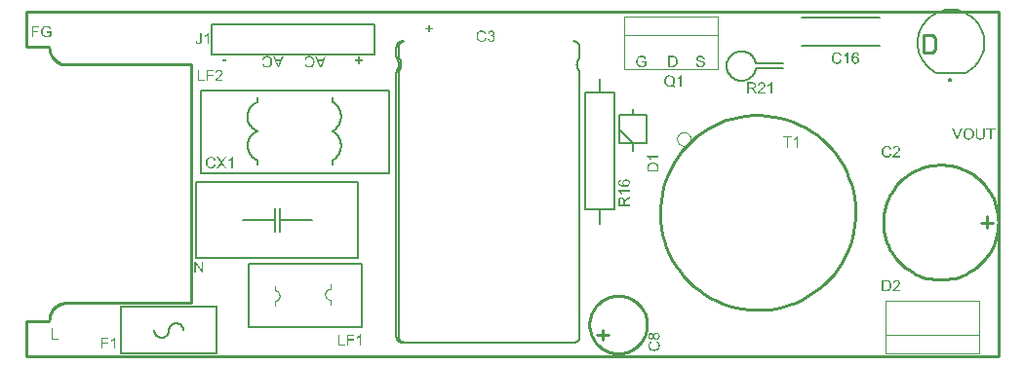
<source format=gto>
%FSTAX23Y23*%
%MOIN*%
%SFA1B1*%

%IPPOS*%
%ADD10C,0.005000*%
%ADD11C,0.007870*%
%ADD12C,0.000000*%
%ADD13C,0.010000*%
%ADD14C,0.007000*%
%ADD15C,0.003940*%
%ADD16C,0.007010*%
%ADD17C,0.006000*%
%ADD18R,0.005000X0.160000*%
%ADD19R,0.005000X0.165000*%
%ADD20R,0.325000X0.005000*%
%ADD21R,0.330000X0.005000*%
%LNadapter_pcb-1*%
%LPD*%
G36*
X0343Y04672D02*
X0344D01*
Y04667*
X0343*
Y04657*
X03426*
Y04667*
X03415*
Y04672*
X03426*
Y04682*
X0343*
Y04672*
G37*
G36*
X04156Y04578D02*
X04156D01*
X04157Y04578*
X04159Y04578*
X0416Y04577*
X04161Y04577*
X04162Y04577*
X04162*
X04163Y04576*
X04163Y04576*
X04163Y04576*
X04164Y04576*
X04164Y04576*
X04165Y04575*
X04166Y04574*
X04167Y04574*
X04168Y04573*
X04168Y04573*
X04168Y04572*
X04168Y04572*
X04169Y04571*
X04169Y0457*
X0417Y04569*
X0417Y04568*
X04171Y04567*
X04166Y04565*
Y04565*
X04166Y04565*
X04166Y04566*
X04166Y04566*
X04165Y04567*
X04165Y04568*
X04165Y04568*
X04164Y04569*
X04164Y0457*
X04164Y0457*
X04164Y0457*
X04163Y0457*
X04163Y04571*
X04162Y04571*
X04162Y04572*
X04161Y04572*
X0416Y04573*
X0416Y04573*
X0416Y04573*
X04159Y04573*
X04159Y04573*
X04158Y04573*
X04157Y04573*
X04156Y04574*
X04155Y04574*
X04154*
X04154Y04574*
X04153Y04574*
X04152Y04573*
X04151Y04573*
X0415Y04573*
X04149Y04573*
X04149Y04572*
X04149Y04572*
X04148Y04572*
X04147Y04572*
X04147Y04571*
X04146Y04571*
X04145Y0457*
X04145Y0457*
X04145Y0457*
X04145Y04569*
X04144Y04569*
X04144Y04569*
X04144Y04568*
X04143Y04567*
X04143Y04567*
X04142Y04566*
Y04566*
X04142Y04566*
X04142Y04566*
X04142Y04565*
X04142Y04565*
X04142Y04565*
X04142Y04564*
X04141Y04562*
X04141Y04561*
X04141Y0456*
X04141Y04558*
Y04558*
Y04558*
Y04558*
X04141Y04557*
Y04557*
X04141Y04556*
X04141Y04556*
X04141Y04555*
X04141Y04554*
X04142Y04552*
X04142Y04551*
X04143Y0455*
Y04549*
X04143Y04549*
X04143Y04549*
X04143Y04549*
X04144Y04548*
X04144Y04548*
X04145Y04547*
X04146Y04546*
X04147Y04545*
X04148Y04544*
X04148*
X04148Y04544*
X04148Y04544*
X04148Y04544*
X04149Y04544*
X04149Y04544*
X0415Y04544*
X04151Y04543*
X04152Y04543*
X04154Y04543*
X04155Y04543*
X04156*
X04156Y04543*
X04157Y04543*
X04158Y04543*
X04159Y04543*
X0416Y04544*
X04161Y04544*
X04162*
X04162Y04544*
X04162Y04544*
X04162Y04544*
X04163Y04544*
X04163Y04545*
X04164Y04545*
X04165Y04546*
X04166Y04546*
X04166Y04547*
Y04554*
X04155*
Y04558*
X04171*
Y04544*
X04171Y04544*
X04171Y04544*
X04171Y04544*
X04171Y04544*
X0417Y04543*
X0417Y04543*
X04169Y04543*
X04168Y04542*
X04166Y04541*
X04165Y0454*
X04163Y0454*
X04163*
X04163Y0454*
X04163Y0454*
X04163Y04539*
X04162Y04539*
X04162Y04539*
X04161Y04539*
X04161Y04539*
X0416Y04539*
X04158Y04538*
X04157Y04538*
X04155Y04538*
X04155*
X04154Y04538*
X04154*
X04153Y04538*
X04153Y04538*
X04152Y04539*
X0415Y04539*
X04149Y04539*
X04147Y0454*
X04145Y04541*
X04145Y04541*
X04145Y04541*
X04145Y04541*
X04144Y04541*
X04144Y04541*
X04143Y04542*
X04142Y04542*
X04141Y04543*
X0414Y04545*
X04139Y04546*
X04138Y04548*
Y04548*
X04138Y04548*
X04138Y04548*
X04138Y04548*
X04138Y04549*
X04137Y04549*
X04137Y0455*
X04137Y04551*
X04137Y04551*
X04136Y04552*
X04136Y04554*
X04136Y04556*
X04136Y04558*
Y04558*
Y04558*
Y04558*
X04136Y04559*
Y04559*
X04136Y0456*
X04136Y04561*
X04136Y04561*
X04136Y04563*
X04137Y04565*
X04137Y04567*
X04138Y04568*
Y04568*
X04138Y04569*
X04138Y04569*
X04138Y04569*
X04139Y0457*
X04139Y0457*
X0414Y04571*
X04141Y04572*
X04142Y04573*
X04143Y04575*
X04144Y04575*
X04145Y04576*
X04145*
X04145Y04576*
X04145Y04576*
X04146Y04576*
X04146Y04576*
X04146Y04576*
X04147Y04577*
X04148Y04577*
X04148Y04577*
X04149Y04577*
X04151Y04578*
X04153Y04578*
X04155Y04578*
X04156*
X04156Y04578*
G37*
G36*
X04262Y04577D02*
X04263Y04577D01*
X04264Y04577*
X04265Y04577*
X04266Y04577*
X04266*
X04266Y04577*
X04266*
X04266Y04577*
X04267Y04576*
X04268Y04576*
X04269Y04576*
X0427Y04575*
X04271Y04575*
X04272Y04574*
X04272*
X04272Y04574*
X04272Y04574*
X04273Y04573*
X04273Y04572*
X04274Y04571*
X04275Y0457*
X04276Y04569*
X04276Y04567*
Y04567*
X04276Y04567*
X04276Y04567*
X04276Y04567*
X04276Y04566*
X04277Y04566*
X04277Y04565*
X04277Y04565*
X04277Y04564*
X04277Y04563*
X04277Y04562*
X04278Y0456*
X04278Y04558*
Y04558*
Y04558*
Y04558*
Y04558*
X04278Y04557*
Y04557*
X04278Y04556*
X04277Y04554*
X04277Y04553*
X04277Y04552*
X04277Y04551*
Y0455*
X04277Y0455*
X04276Y0455*
X04276Y0455*
X04276Y04549*
X04276Y04549*
X04276Y04548*
X04275Y04547*
X04275Y04546*
X04274Y04545*
X04274Y04545*
X04274Y04545*
X04273Y04544*
X04273Y04544*
X04272Y04543*
X04272Y04543*
X04271Y04542*
X0427Y04541*
X0427Y04541*
X0427Y04541*
X0427Y04541*
X04269Y04541*
X04269Y0454*
X04268Y0454*
X04267Y0454*
X04266Y0454*
X04266*
X04265Y04539*
X04265Y04539*
X04264Y04539*
X04263Y04539*
X04262Y04539*
X04261Y04539*
X0426Y04539*
X04246*
Y04577*
X04261*
X04262Y04577*
G37*
G36*
X04356Y04578D02*
X04357D01*
X04358Y04578*
X04359Y04578*
X0436Y04577*
X04362Y04577*
X04363Y04577*
X04363*
X04363Y04576*
X04363Y04576*
X04363Y04576*
X04364Y04576*
X04365Y04576*
X04366Y04575*
X04366Y04574*
X04367Y04573*
X04368Y04573*
X04368Y04572*
X04368Y04572*
X04368Y04571*
X04369Y04571*
X04369Y0457*
X04369Y04569*
X0437Y04568*
X0437Y04566*
X04365Y04566*
Y04566*
Y04566*
X04365Y04566*
X04365Y04567*
X04365Y04567*
X04364Y04568*
X04364Y04569*
X04364Y0457*
X04363Y04571*
X04362Y04572*
X04362Y04572*
X04362Y04572*
X04361Y04572*
X04361Y04573*
X0436Y04573*
X04359Y04573*
X04357Y04573*
X04356Y04573*
X04355*
X04354Y04573*
X04354*
X04353Y04573*
X04352Y04573*
X04351Y04573*
X0435Y04572*
X04349Y04572*
X04349Y04572*
X04349Y04572*
X04349Y04571*
X04348Y04571*
X04348Y04571*
X04347Y0457*
X04347Y04569*
X04347Y04569*
X04347Y04568*
Y04568*
Y04567*
X04347Y04567*
X04347Y04566*
X04347Y04566*
X04347Y04565*
X04348Y04565*
X04348Y04564*
X04348Y04564*
X04349Y04564*
X04349Y04564*
X04349Y04564*
X04349Y04564*
X0435Y04563*
X0435Y04563*
X04351Y04563*
X04351Y04563*
X04352Y04563*
X04353Y04562*
X04354Y04562*
X04355Y04562*
X04356Y04562*
X04356*
X04356Y04561*
X04356Y04561*
X04357Y04561*
X04357Y04561*
X04358Y04561*
X04359Y04561*
X04361Y0456*
X04362Y0456*
X04363Y0456*
X04363Y04559*
X04364Y04559*
X04364Y04559*
X04364*
X04365Y04559*
X04365Y04559*
X04365Y04559*
X04366Y04558*
X04366Y04558*
X04367Y04557*
X04368Y04557*
X04369Y04556*
X04369Y04555*
X04369Y04555*
X0437Y04555*
X0437Y04554*
X0437Y04554*
X0437Y04553*
X04371Y04552*
X04371Y04551*
X04371Y0455*
Y0455*
Y0455*
Y04549*
Y04549*
X04371Y04549*
X04371Y04548*
X04371Y04547*
X0437Y04546*
X0437Y04545*
X04369Y04544*
X04369Y04544*
X04369Y04543*
X04369Y04543*
X04368Y04542*
X04367Y04542*
X04366Y04541*
X04365Y0454*
X04364Y0454*
X04364*
X04364Y0454*
X04364Y0454*
X04364Y04539*
X04363Y04539*
X04363Y04539*
X04362Y04539*
X04361Y04539*
X0436Y04538*
X04358Y04538*
X04357Y04538*
X04356*
X04355Y04538*
X04355*
X04354Y04538*
X04354Y04538*
X04352Y04539*
X04351Y04539*
X04349Y04539*
X04348Y0454*
X04348*
X04348Y0454*
X04348Y0454*
X04347Y0454*
X04347Y0454*
X04346Y04541*
X04345Y04542*
X04344Y04542*
X04343Y04543*
X04342Y04544*
Y04544*
X04342Y04544*
X04342Y04545*
X04342Y04545*
X04342Y04545*
X04342Y04545*
X04342Y04546*
X04341Y04547*
X04341Y04549*
X04341Y0455*
X0434Y04551*
X04345Y04552*
Y04552*
Y04552*
X04345Y04551*
X04345Y04551*
X04346Y0455*
X04346Y04549*
X04346Y04548*
X04346Y04548*
X04347Y04547*
X04347Y04547*
X04347Y04547*
X04347Y04546*
X04348Y04546*
X04348Y04545*
X04349Y04545*
X0435Y04544*
X04351Y04544*
X04351*
X04351Y04544*
X04351Y04544*
X04352Y04543*
X04352Y04543*
X04353Y04543*
X04354Y04543*
X04355Y04543*
X04357Y04543*
X04357*
X04358Y04543*
X04358Y04543*
X04359Y04543*
X0436Y04543*
X04361Y04543*
X04362Y04544*
X04362Y04544*
X04362Y04544*
X04362Y04544*
X04363Y04544*
X04363Y04545*
X04364Y04545*
X04364Y04545*
X04365Y04546*
X04365Y04546*
X04365Y04546*
X04365Y04547*
X04366Y04547*
X04366Y04547*
X04366Y04548*
X04366Y04549*
X04366Y04549*
Y04549*
Y0455*
X04366Y0455*
X04366Y0455*
X04366Y04551*
X04366Y04551*
X04365Y04552*
X04365Y04552*
X04365Y04552*
X04365Y04553*
X04365Y04553*
X04364Y04553*
X04364Y04554*
X04363Y04554*
X04362Y04554*
X04362Y04555*
X04362Y04555*
X04361Y04555*
X04361Y04555*
X04361Y04555*
X0436Y04555*
X0436Y04555*
X04359Y04555*
X04359Y04556*
X04358Y04556*
X04357Y04556*
X04357Y04556*
X04356Y04556*
X04355Y04557*
X04355*
X04354Y04557*
X04354Y04557*
X04354Y04557*
X04353Y04557*
X04353Y04557*
X04352Y04557*
X04351Y04558*
X04349Y04558*
X04348Y04559*
X04348Y04559*
X04347Y04559*
X04347*
X04347Y04559*
X04347Y04559*
X04346Y0456*
X04346Y0456*
X04345Y0456*
X04344Y04561*
X04344Y04562*
X04343Y04563*
X04343Y04563*
X04343Y04563*
X04343Y04563*
X04343Y04564*
X04342Y04565*
X04342Y04565*
X04342Y04566*
X04342Y04567*
Y04567*
Y04567*
Y04568*
Y04568*
X04342Y04568*
X04342Y04569*
X04342Y0457*
X04343Y04571*
X04343Y04572*
X04344Y04573*
Y04573*
X04344Y04573*
X04344Y04573*
X04344Y04574*
X04345Y04574*
X04345Y04575*
X04346Y04575*
X04347Y04576*
X04348Y04577*
X04348*
X04348Y04577*
X04349Y04577*
X04349Y04577*
X04349Y04577*
X0435Y04577*
X0435Y04577*
X04351Y04578*
X04353Y04578*
X04354Y04578*
X04355Y04578*
X04356*
X04356Y04578*
G37*
G36*
X02735Y0456D02*
X02721D01*
Y04565*
X02735*
Y0456*
G37*
G36*
X0319Y04565D02*
X032D01*
Y0456*
X0319*
Y0455*
X03185*
Y0456*
X03175*
Y04565*
X03185*
Y04575*
X0319*
Y04565*
G37*
G36*
X02915Y04538D02*
X0291D01*
X02894Y04576*
X029*
X02904Y04565*
X02921*
X02925Y04576*
X0293*
X02915Y04538*
G37*
G36*
X02875Y04577D02*
X02875D01*
X02876Y04577*
X02876Y04577*
X02877Y04577*
X02879Y04576*
X0288Y04576*
X02882Y04575*
X02883Y04575*
X02884Y04574*
X02884Y04574*
X02884Y04574*
X02884Y04574*
X02884Y04574*
X02885Y04573*
X02886Y04572*
X02887Y04571*
X02888Y0457*
X02889Y04569*
X0289Y04567*
Y04567*
X0289Y04567*
X0289Y04567*
X0289Y04566*
X0289Y04566*
X0289Y04565*
X0289Y04565*
X02891Y04564*
X02891Y04563*
X02891Y04562*
X02891Y04561*
X02892Y04559*
X02892Y04557*
Y04557*
Y04556*
Y04556*
X02892Y04556*
Y04555*
X02891Y04555*
X02891Y04554*
X02891Y04553*
X02891Y04552*
X02891Y0455*
X0289Y04548*
X02889Y04546*
Y04546*
X02889Y04546*
X02889Y04546*
X02889Y04546*
X02889Y04545*
X02888Y04545*
X02888Y04544*
X02887Y04543*
X02886Y04542*
X02884Y0454*
X02883Y04539*
X02883*
X02883Y04539*
X02882Y04539*
X02882Y04539*
X02882Y04539*
X02881Y04539*
X02881Y04539*
X0288Y04538*
X02879Y04538*
X02879Y04538*
X02877Y04538*
X02875Y04537*
X02874Y04537*
X02873*
X02873Y04537*
X02872Y04537*
X02871Y04537*
X02871Y04537*
X0287Y04538*
X02869Y04538*
X02867Y04538*
X02866Y04539*
X02865Y04539*
X02865Y0454*
X02864Y0454*
X02864Y0454*
X02864Y0454*
X02863Y0454*
X02863Y04541*
X02863Y04541*
X02862Y04541*
X02862Y04542*
X02862Y04542*
X02861Y04543*
X02861Y04543*
X0286Y04544*
X0286Y04545*
X02859Y04546*
X02859Y04547*
X02858Y04548*
X02863Y0455*
Y0455*
X02863Y04549*
X02863Y04549*
X02864Y04549*
X02864Y04549*
X02864Y04548*
X02864Y04547*
X02865Y04546*
X02866Y04545*
X02866Y04544*
X02867Y04543*
X02867Y04543*
X02868Y04543*
X02868Y04543*
X02869Y04542*
X0287Y04542*
X02871Y04542*
X02872Y04542*
X02874Y04541*
X02874*
X02874Y04542*
X02875*
X02875Y04542*
X02876Y04542*
X02877Y04542*
X02879Y04542*
X0288Y04543*
X02881Y04544*
X02881*
X02881Y04544*
X02881Y04544*
X02882Y04545*
X02883Y04545*
X02883Y04546*
X02884Y04547*
X02885Y04548*
X02885Y04549*
Y04549*
X02885Y0455*
X02885Y0455*
X02885Y0455*
X02885Y0455*
X02885Y04551*
X02886Y04552*
X02886Y04553*
X02886Y04554*
X02886Y04555*
X02886Y04557*
Y04557*
Y04557*
Y04557*
Y04558*
X02886Y04558*
Y04559*
X02886Y04559*
X02886Y0456*
X02886Y04561*
X02886Y04562*
X02885Y04564*
X02885Y04565*
Y04565*
X02885Y04565*
X02885Y04566*
X02885Y04566*
X02884Y04567*
X02884Y04567*
X02883Y04568*
X02882Y04569*
X02882Y0457*
X02881Y04571*
X0288*
X0288Y04571*
X0288Y04571*
X0288Y04571*
X02879Y04571*
X02879Y04572*
X02878Y04572*
X02876Y04572*
X02875Y04572*
X02874Y04573*
X02874*
X02873Y04572*
X02873*
X02872Y04572*
X02871Y04572*
X0287Y04572*
X02869Y04571*
X02868Y04571*
X02867Y0457*
X02867Y0457*
X02867Y0457*
X02866Y0457*
X02866Y04569*
X02865Y04568*
X02864Y04567*
X02864Y04566*
X02863Y04564*
X02863Y04563*
X02858Y04564*
Y04564*
X02858Y04564*
X02858Y04565*
X02858Y04565*
X02858Y04566*
X02858Y04566*
X02859Y04567*
X02859Y04568*
X0286Y04569*
X02861Y04571*
X02862Y04572*
X02863Y04573*
X02863Y04574*
X02864Y04574*
X02864Y04574*
X02864Y04574*
X02864Y04574*
X02865Y04574*
X02865Y04575*
X02866Y04575*
X02866Y04575*
X02867Y04576*
X02868Y04576*
X02869Y04576*
X02869Y04576*
X02871Y04577*
X02872Y04577*
X02874Y04577*
X02874*
X02875Y04577*
G37*
G36*
X0306Y04538D02*
X03055D01*
X03039Y04576*
X03045*
X03049Y04565*
X03066*
X0307Y04576*
X03075*
X0306Y04538*
G37*
G36*
X0302Y04577D02*
X0302D01*
X03021Y04577*
X03021Y04577*
X03022Y04577*
X03024Y04576*
X03025Y04576*
X03027Y04575*
X03028Y04575*
X03029Y04574*
X03029Y04574*
X03029Y04574*
X03029Y04574*
X03029Y04574*
X0303Y04573*
X03031Y04572*
X03032Y04571*
X03033Y0457*
X03034Y04569*
X03035Y04567*
Y04567*
X03035Y04567*
X03035Y04567*
X03035Y04566*
X03035Y04566*
X03035Y04565*
X03035Y04565*
X03036Y04564*
X03036Y04563*
X03036Y04562*
X03036Y04561*
X03037Y04559*
X03037Y04557*
Y04557*
Y04556*
Y04556*
X03037Y04556*
Y04555*
X03036Y04555*
X03036Y04554*
X03036Y04553*
X03036Y04552*
X03036Y0455*
X03035Y04548*
X03034Y04546*
Y04546*
X03034Y04546*
X03034Y04546*
X03034Y04546*
X03034Y04545*
X03033Y04545*
X03033Y04544*
X03032Y04543*
X03031Y04542*
X03029Y0454*
X03028Y04539*
X03028*
X03028Y04539*
X03027Y04539*
X03027Y04539*
X03027Y04539*
X03026Y04539*
X03026Y04539*
X03025Y04538*
X03024Y04538*
X03024Y04538*
X03022Y04538*
X0302Y04537*
X03019Y04537*
X03018*
X03018Y04537*
X03017Y04537*
X03016Y04537*
X03016Y04537*
X03015Y04538*
X03014Y04538*
X03012Y04538*
X03011Y04539*
X0301Y04539*
X0301Y0454*
X03009Y0454*
X03009Y0454*
X03009Y0454*
X03008Y0454*
X03008Y04541*
X03008Y04541*
X03007Y04541*
X03007Y04542*
X03007Y04542*
X03006Y04543*
X03006Y04543*
X03005Y04544*
X03005Y04545*
X03004Y04546*
X03004Y04547*
X03003Y04548*
X03008Y0455*
Y0455*
X03008Y04549*
X03008Y04549*
X03009Y04549*
X03009Y04549*
X03009Y04548*
X03009Y04547*
X0301Y04546*
X03011Y04545*
X03011Y04544*
X03012Y04543*
X03012Y04543*
X03013Y04543*
X03013Y04543*
X03014Y04542*
X03015Y04542*
X03016Y04542*
X03017Y04542*
X03019Y04541*
X03019*
X03019Y04542*
X0302*
X0302Y04542*
X03021Y04542*
X03022Y04542*
X03024Y04542*
X03025Y04543*
X03026Y04544*
X03026*
X03026Y04544*
X03026Y04544*
X03027Y04545*
X03028Y04545*
X03028Y04546*
X03029Y04547*
X0303Y04548*
X0303Y04549*
Y04549*
X0303Y0455*
X0303Y0455*
X0303Y0455*
X0303Y0455*
X0303Y04551*
X03031Y04552*
X03031Y04553*
X03031Y04554*
X03031Y04555*
X03031Y04557*
Y04557*
Y04557*
Y04557*
Y04558*
X03031Y04558*
Y04559*
X03031Y04559*
X03031Y0456*
X03031Y04561*
X03031Y04562*
X0303Y04564*
X0303Y04565*
Y04565*
X0303Y04565*
X0303Y04566*
X0303Y04566*
X03029Y04567*
X03029Y04567*
X03028Y04568*
X03027Y04569*
X03027Y0457*
X03026Y04571*
X03025*
X03025Y04571*
X03025Y04571*
X03025Y04571*
X03024Y04571*
X03024Y04572*
X03023Y04572*
X03021Y04572*
X0302Y04572*
X03019Y04573*
X03019*
X03018Y04572*
X03018*
X03017Y04572*
X03016Y04572*
X03015Y04572*
X03014Y04571*
X03013Y04571*
X03012Y0457*
X03012Y0457*
X03012Y0457*
X03011Y0457*
X03011Y04569*
X0301Y04568*
X03009Y04567*
X03009Y04566*
X03008Y04564*
X03008Y04563*
X03003Y04564*
Y04564*
X03003Y04564*
X03003Y04565*
X03003Y04565*
X03003Y04566*
X03003Y04566*
X03004Y04567*
X03004Y04568*
X03005Y04569*
X03006Y04571*
X03007Y04572*
X03008Y04573*
X03008Y04574*
X03009Y04574*
X03009Y04574*
X03009Y04574*
X03009Y04574*
X0301Y04574*
X0301Y04575*
X03011Y04575*
X03011Y04575*
X03012Y04576*
X03013Y04576*
X03014Y04576*
X03014Y04576*
X03016Y04577*
X03017Y04577*
X03019Y04577*
X03019*
X0302Y04577*
G37*
G36*
X02122Y0468D02*
X02122D01*
X02123Y0468*
X02124Y0468*
X02126Y0468*
X02127Y04679*
X02128Y04679*
X02128*
X02128Y04679*
X02129Y04679*
X02129Y04679*
X02129Y04678*
X0213Y04678*
X02131Y04677*
X02132Y04677*
X02133Y04676*
X02134Y04675*
X02134Y04675*
X02134Y04675*
X02134Y04674*
X02135Y04673*
X02135Y04673*
X02136Y04672*
X02136Y0467*
X02137Y04669*
X02132Y04668*
Y04668*
X02132Y04668*
X02132Y04668*
X02132Y04669*
X02131Y04669*
X02131Y0467*
X02131Y04671*
X0213Y04672*
X0213Y04672*
X0213Y04672*
X0213Y04673*
X02129Y04673*
X02129Y04673*
X02128Y04674*
X02128Y04674*
X02127Y04675*
X02126Y04675*
X02126Y04675*
X02126Y04675*
X02125Y04675*
X02125Y04675*
X02124Y04676*
X02123Y04676*
X02122Y04676*
X02121Y04676*
X0212*
X0212Y04676*
X02119Y04676*
X02118Y04676*
X02117Y04676*
X02116Y04675*
X02115Y04675*
X02115Y04675*
X02114Y04675*
X02114Y04674*
X02113Y04674*
X02113Y04674*
X02112Y04673*
X02111Y04673*
X02111Y04672*
X02111Y04672*
X02111Y04672*
X0211Y04671*
X0211Y04671*
X02109Y0467*
X02109Y0467*
X02109Y04669*
X02108Y04668*
Y04668*
X02108Y04668*
X02108Y04668*
X02108Y04668*
X02108Y04667*
X02108Y04667*
X02108Y04666*
X02107Y04665*
X02107Y04664*
X02107Y04662*
X02107Y04661*
Y0466*
Y0466*
Y0466*
X02107Y0466*
Y04659*
X02107Y04659*
X02107Y04658*
X02107Y04658*
X02107Y04656*
X02108Y04655*
X02108Y04653*
X02109Y04652*
Y04652*
X02109Y04652*
X02109Y04652*
X02109Y04651*
X02109Y04651*
X0211Y0465*
X02111Y04649*
X02111Y04648*
X02113Y04647*
X02114Y04647*
X02114*
X02114Y04647*
X02114Y04647*
X02114Y04647*
X02115Y04646*
X02115Y04646*
X02116Y04646*
X02117Y04646*
X02118Y04645*
X0212Y04645*
X02121Y04645*
X02121*
X02122Y04645*
X02123Y04645*
X02124Y04645*
X02125Y04646*
X02126Y04646*
X02127Y04646*
X02127*
X02127Y04646*
X02128Y04646*
X02128Y04647*
X02128Y04647*
X02129Y04647*
X0213Y04648*
X02131Y04648*
X02131Y04649*
X02132Y04649*
Y04656*
X02121*
Y04661*
X02137*
Y04647*
X02137Y04647*
X02137Y04646*
X02137Y04646*
X02136Y04646*
X02136Y04646*
X02136Y04646*
X02135Y04645*
X02134Y04644*
X02132Y04643*
X02131Y04643*
X02129Y04642*
X02129*
X02129Y04642*
X02129Y04642*
X02129Y04642*
X02128Y04642*
X02128Y04642*
X02127Y04641*
X02127Y04641*
X02126Y04641*
X02124Y04641*
X02123Y04641*
X02121Y04641*
X02121*
X0212Y04641*
X0212*
X02119Y04641*
X02119Y04641*
X02118Y04641*
X02116Y04641*
X02114Y04642*
X02113Y04642*
X02111Y04643*
X02111Y04643*
X02111Y04643*
X0211Y04643*
X0211Y04643*
X0211Y04644*
X02109Y04644*
X02108Y04645*
X02107Y04646*
X02106Y04647*
X02105Y04648*
X02104Y0465*
Y0465*
X02104Y0465*
X02104Y0465*
X02104Y04651*
X02103Y04651*
X02103Y04652*
X02103Y04652*
X02103Y04653*
X02103Y04654*
X02102Y04655*
X02102Y04656*
X02102Y04658*
X02102Y0466*
Y0466*
Y0466*
Y04661*
X02102Y04661*
Y04662*
X02102Y04662*
X02102Y04663*
X02102Y04664*
X02102Y04665*
X02103Y04667*
X02103Y04669*
X02104Y04671*
Y04671*
X02104Y04671*
X02104Y04671*
X02104Y04672*
X02105Y04672*
X02105Y04672*
X02106Y04673*
X02107Y04675*
X02108Y04676*
X02109Y04677*
X0211Y04677*
X02111Y04678*
X02111*
X02111Y04678*
X02111Y04678*
X02111Y04678*
X02112Y04679*
X02112Y04679*
X02113Y04679*
X02114Y04679*
X02114Y04679*
X02115Y0468*
X02117Y0468*
X02119Y0468*
X02121Y0468*
X02121*
X02122Y0468*
G37*
G36*
X02096Y04675D02*
X02075D01*
Y04663*
X02093*
Y04659*
X02075*
Y04641*
X0207*
Y0468*
X02096*
Y04675*
G37*
G36*
X04689Y04263D02*
X04684D01*
Y04293*
X04684Y04293*
X04684Y04293*
X04683Y04293*
X04683Y04292*
X04682Y04292*
X04681Y04291*
X04681Y04291*
X0468Y0429*
X04679*
X04679Y0429*
X04679Y0429*
X04679Y04289*
X04678Y04289*
X04677Y04289*
X04676Y04288*
X04675Y04288*
X04675Y04288*
Y04292*
X04675*
X04675Y04292*
X04675Y04292*
X04675Y04293*
X04676Y04293*
X04676Y04293*
X04677Y04293*
X04678Y04294*
X04679Y04295*
X0468Y04296*
X04681Y04297*
X04682Y04297*
X04682Y04297*
X04682Y04297*
X04682Y04298*
X04683Y04298*
X04684Y04299*
X04685Y043*
X04685Y04301*
X04686Y04302*
X04689*
Y04263*
G37*
G36*
X04668Y04297D02*
X04655D01*
Y04263*
X0465*
Y04297*
X04637*
Y04302*
X04668*
Y04297*
G37*
G36*
X046Y04448D02*
X04595D01*
Y04478*
X04595Y04478*
X04595Y04478*
X04594Y04478*
X04594Y04477*
X04593Y04477*
X04592Y04476*
X04591Y04476*
X0459Y04475*
X0459*
X0459Y04475*
X0459Y04475*
X04589Y04475*
X04589Y04474*
X04588Y04474*
X04587Y04473*
X04586Y04473*
X04585Y04473*
Y04477*
X04586*
X04586Y04477*
X04586Y04477*
X04586Y04478*
X04586Y04478*
X04587Y04478*
X04588Y04479*
X04589Y04479*
X0459Y0448*
X04591Y04481*
X04592Y04482*
X04592Y04482*
X04592Y04482*
X04593Y04482*
X04593Y04483*
X04594Y04483*
X04595Y04484*
X04595Y04485*
X04596Y04486*
X04597Y04487*
X046*
Y04448*
G37*
G36*
X04566Y04487D02*
X04566Y04487D01*
X04567Y04487*
X04567Y04487*
X04568Y04487*
X04569Y04486*
X04571Y04486*
X04571Y04485*
X04572Y04485*
X04573Y04484*
X04573Y04484*
X04574Y04484*
X04574Y04484*
X04574Y04484*
X04574Y04483*
X04574Y04483*
X04575Y04483*
X04575Y04482*
X04576Y04481*
X04576Y04479*
X04577Y04478*
X04577Y04477*
X04577Y04476*
Y04476*
Y04476*
X04577Y04475*
X04577Y04475*
X04577Y04474*
X04576Y04473*
X04576Y04472*
X04576Y04472*
X04576Y04472*
X04576Y04471*
X04575Y04471*
X04575Y0447*
X04575Y0447*
X04574Y04469*
X04573Y04468*
X04573Y04467*
X04572Y04467*
X04572Y04467*
X04572Y04466*
X04571Y04466*
X04571Y04465*
X0457Y04465*
X0457Y04464*
X04569Y04464*
X04569Y04463*
X04568Y04462*
X04567Y04462*
X04566Y04461*
X04565Y0446*
X04565Y0446*
X04565Y0446*
X04565Y0446*
X04565Y0446*
X04564Y04459*
X04563Y04458*
X04562Y04457*
X04561Y04457*
X0456Y04456*
X0456Y04456*
X0456Y04455*
X0456Y04455*
X0456Y04455*
X04559Y04455*
X04559Y04455*
X04559Y04454*
X04558Y04453*
X04577*
Y04448*
X04551*
Y04448*
Y04449*
Y04449*
X04551Y04449*
X04551Y0445*
X04552Y0445*
X04552Y04451*
X04552Y04452*
Y04452*
X04552Y04452*
X04552Y04452*
X04552Y04452*
X04553Y04453*
X04553Y04454*
X04554Y04455*
X04554Y04456*
X04555Y04457*
Y04457*
X04555Y04457*
X04555Y04457*
X04556Y04458*
X04557Y04458*
X04557Y04459*
X04558Y0446*
X0456Y04461*
X04561Y04462*
X04561Y04463*
X04561Y04463*
X04562Y04463*
X04562Y04463*
X04563Y04464*
X04563Y04464*
X04565Y04465*
X04566Y04467*
X04567Y04468*
X04568Y04469*
X04569Y04469*
X04569Y0447*
X0457Y04471*
Y04471*
X0457Y04471*
X0457Y04471*
X0457Y04471*
X0457Y04472*
X04571Y04472*
X04571Y04473*
X04572Y04474*
X04572Y04475*
X04572Y04476*
Y04476*
Y04476*
X04572Y04477*
X04572Y04477*
X04572Y04478*
X04571Y04479*
X04571Y0448*
X04571Y0448*
X0457Y04481*
X0457Y04481*
X04569Y04481*
X04569Y04482*
X04568Y04482*
X04568Y04482*
X04567Y04483*
X04566Y04483*
X04565Y04483*
X04564*
X04564Y04483*
X04563Y04483*
X04563Y04483*
X04562Y04482*
X04561Y04482*
X0456Y04482*
X04559Y04481*
X04559Y04481*
X04559Y04481*
X04558Y0448*
X04558Y04479*
X04558Y04479*
X04557Y04478*
X04557Y04477*
X04557Y04475*
X04552Y04476*
Y04476*
Y04476*
X04552Y04476*
X04552Y04477*
X04552Y04477*
X04553Y04478*
X04553Y04479*
X04553Y0448*
X04554Y04482*
X04555Y04483*
X04555Y04483*
X04556Y04484*
X04556Y04484*
X04556Y04484*
X04556Y04484*
X04556Y04485*
X04557Y04485*
X04557Y04485*
X04558Y04485*
X04558Y04486*
X04559Y04486*
X04559Y04486*
X0456Y04486*
X04561Y04486*
X04563Y04487*
X04564Y04487*
X04565Y04487*
X04565*
X04566Y04487*
G37*
G36*
X04534Y04487D02*
X04534D01*
X04535Y04487*
X04536Y04487*
X04538Y04486*
X04539Y04486*
X0454Y04486*
X0454Y04486*
X0454*
X0454Y04486*
X04541Y04486*
X04541Y04485*
X04542Y04485*
X04542Y04484*
X04543Y04484*
X04544Y04483*
X04544Y04482*
X04544Y04482*
X04545Y04482*
X04545Y04481*
X04545Y0448*
X04545Y04479*
X04546Y04478*
X04546Y04477*
X04546Y04476*
Y04476*
Y04476*
Y04476*
X04546Y04476*
Y04475*
X04546Y04475*
X04546Y04474*
X04545Y04473*
X04545Y04472*
X04544Y0447*
X04544Y0447*
X04543Y04469*
X04543Y04469*
X04543Y04469*
X04543Y04469*
X04543Y04469*
X04542Y04468*
X04542Y04468*
X04541Y04468*
X04541Y04468*
X0454Y04467*
X04539Y04467*
X04539Y04467*
X04538Y04466*
X04537Y04466*
X04536Y04466*
X04535Y04466*
X04535Y04466*
X04535Y04466*
X04536Y04465*
X04536Y04465*
X04537Y04465*
X04538Y04464*
X04538Y04464*
X04538Y04464*
X04539Y04464*
X04539Y04463*
X0454Y04462*
X0454Y04462*
X04541Y04461*
X04542Y0446*
X04542Y04459*
X04549Y04448*
X04543*
X04538Y04456*
Y04456*
X04537Y04456*
X04537Y04457*
X04537Y04457*
X04537Y04457*
X04536Y04458*
X04536Y04459*
X04535Y0446*
X04534Y04461*
X04534Y04462*
X04534Y04462*
X04534Y04462*
X04533Y04462*
X04533Y04463*
X04532Y04463*
X04532Y04464*
X04531Y04464*
X04531Y04464*
X04531Y04464*
X04531Y04464*
X04531Y04465*
X0453Y04465*
X04529Y04465*
X04529*
X04529Y04465*
X04529*
X04528Y04465*
X04528Y04465*
X04527*
X04527Y04465*
X0452*
Y04448*
X04515*
Y04487*
X04533*
X04534Y04487*
G37*
G36*
X04212Y0423D02*
X04182D01*
X04182Y0423*
X04182Y0423*
X04183Y0423*
X04183Y04229*
X04184Y04229*
X04184Y04228*
X04185Y04227*
X04185Y04226*
Y04226*
X04185Y04226*
X04186Y04225*
X04186Y04225*
X04186Y04224*
X04187Y04224*
X04187Y04223*
X04187Y04222*
X04188Y04221*
X04183*
Y04221*
X04183Y04221*
X04183Y04221*
X04183Y04222*
X04183Y04222*
X04182Y04222*
X04182Y04223*
X04181Y04224*
X04181Y04226*
X0418Y04227*
X04179Y04228*
X04179Y04228*
X04179Y04228*
X04178Y04228*
X04178Y04229*
X04177Y0423*
X04176Y0423*
X04175Y04231*
X04174Y04232*
X04173Y04232*
Y04235*
X04212*
Y0423*
G37*
G36*
X04194Y04212D02*
X04194D01*
X04195Y04212*
X04196Y04212*
X04198Y04212*
X04199Y04212*
X042Y04211*
X04201*
X04201Y04211*
X04201Y04211*
X04201Y04211*
X04202Y04211*
X04202Y04211*
X04203Y0421*
X04204Y0421*
X04205Y04209*
X04206Y04209*
X04206Y04209*
X04206Y04208*
X04207Y04208*
X04207Y04208*
X04208Y04207*
X04208Y04206*
X04209Y04206*
X0421Y04205*
X0421Y04205*
X0421Y04205*
X0421Y04204*
X0421Y04204*
X04211Y04203*
X04211Y04202*
X04211Y04202*
X04211Y04201*
Y042*
X04212Y042*
X04212Y042*
X04212Y04199*
X04212Y04198*
X04212Y04197*
X04212Y04196*
X04212Y04194*
Y04181*
X04174*
Y04195*
X04174Y04196*
X04174Y04197*
X04174Y04199*
X04174Y042*
X04174Y04201*
Y04201*
X04174Y04201*
Y04201*
X04174Y04201*
X04175Y04202*
X04175Y04203*
X04175Y04203*
X04176Y04204*
X04176Y04205*
X04177Y04206*
Y04206*
X04177Y04206*
X04177Y04207*
X04178Y04207*
X04179Y04208*
X0418Y04209*
X04181Y04209*
X04182Y0421*
X04184Y04211*
X04184*
X04184Y04211*
X04184Y04211*
X04184Y04211*
X04185Y04211*
X04185Y04211*
X04186Y04211*
X04186Y04212*
X04187Y04212*
X04188Y04212*
X04189Y04212*
X04191Y04212*
X04193Y04212*
X04193*
X04193*
X04193*
X04193*
X04194Y04212*
G37*
G36*
X03609Y04665D02*
X0361Y04664D01*
X0361Y04664*
X03611Y04664*
X03612Y04664*
X03613Y04664*
X03615Y04663*
X03616Y04663*
X03616Y04663*
X03617Y04662*
X03618Y04662*
X03618Y04662*
X03618Y04661*
X03618Y04661*
X03618Y04661*
X03619Y04661*
X03619Y0466*
X0362Y0466*
X0362Y04659*
X0362Y04659*
X03621Y04658*
X03621Y04658*
X03622Y04657*
X03622Y04656*
X03623Y04655*
X03623Y04653*
X03618Y04652*
Y04652*
X03618Y04652*
X03618Y04653*
X03618Y04653*
X03618Y04653*
X03618Y04654*
X03617Y04655*
X03617Y04655*
X03616Y04657*
X03615Y04657*
X03614Y04658*
X03614Y04658*
X03614Y04659*
X03613Y04659*
X03613Y04659*
X03612Y0466*
X03611Y0466*
X03609Y0466*
X03608Y0466*
X03608*
X03607Y0466*
X03607*
X03606Y0466*
X03605Y0466*
X03604Y0466*
X03603Y04659*
X03602Y04659*
X03601Y04658*
X03601*
X03601Y04658*
X036Y04658*
X036Y04657*
X03599Y04657*
X03598Y04656*
X03598Y04655*
X03597Y04654*
X03596Y04652*
Y04652*
X03596Y04652*
X03596Y04652*
X03596Y04652*
X03596Y04651*
X03596Y04651*
X03596Y0465*
X03596Y04649*
X03595Y04648*
X03595Y04646*
X03595Y04645*
Y04645*
Y04645*
Y04645*
Y04644*
X03595Y04644*
Y04643*
X03595Y04643*
X03595Y04642*
X03596Y04641*
X03596Y04639*
X03596Y04638*
X03597Y04636*
Y04636*
X03597Y04636*
X03597Y04636*
X03597Y04636*
X03597Y04635*
X03598Y04634*
X03598Y04633*
X03599Y04633*
X036Y04632*
X03601Y04631*
X03601*
X03601Y04631*
X03601Y04631*
X03602Y04631*
X03602Y0463*
X03603Y0463*
X03604Y0463*
X03605Y04629*
X03606Y04629*
X03608Y04629*
X03608*
X03608Y04629*
X03609*
X03609Y04629*
X0361Y04629*
X03611Y0463*
X03613Y0463*
X03614Y04631*
X03615Y04632*
X03615Y04632*
X03615Y04632*
X03615Y04632*
X03616Y04633*
X03616Y04633*
X03617Y04634*
X03618Y04636*
X03618Y04637*
X03619Y04639*
X03624Y04638*
Y04638*
X03624Y04637*
X03624Y04637*
X03624Y04637*
X03623Y04636*
X03623Y04635*
X03623Y04635*
X03623Y04634*
X03622Y04633*
X03621Y04631*
X0362Y04629*
X03619Y04629*
X03618Y04628*
X03618Y04628*
X03618Y04628*
X03618Y04628*
X03617Y04628*
X03617Y04627*
X03617Y04627*
X03616Y04627*
X03615Y04626*
X03615Y04626*
X03614Y04626*
X03613Y04626*
X03612Y04625*
X0361Y04625*
X03609Y04625*
X03608Y04625*
X03607*
X03607Y04625*
X03606*
X03606Y04625*
X03605Y04625*
X03605Y04625*
X03603Y04625*
X03601Y04626*
X036Y04627*
X03599Y04627*
X03598Y04627*
X03598Y04627*
X03598Y04627*
X03598Y04628*
X03597Y04628*
X03597Y04628*
X03596Y04629*
X03595Y0463*
X03594Y04632*
X03593Y04633*
X03592Y04635*
Y04635*
X03592Y04635*
X03592Y04635*
X03592Y04635*
X03592Y04636*
X03591Y04636*
X03591Y04637*
X03591Y04638*
X03591Y04638*
X03591Y04639*
X0359Y04641*
X0359Y04643*
X0359Y04645*
Y04645*
Y04645*
Y04646*
X0359Y04646*
Y04646*
X0359Y04647*
X0359Y04648*
X0359Y04649*
X03591Y0465*
X03591Y04652*
X03592Y04654*
X03592Y04655*
Y04655*
X03592Y04656*
X03593Y04656*
X03593Y04656*
X03593Y04657*
X03593Y04657*
X03594Y04658*
X03595Y04659*
X03596Y0466*
X03597Y04661*
X03599Y04662*
X03599*
X03599Y04662*
X03599Y04662*
X036Y04663*
X036Y04663*
X036Y04663*
X03601Y04663*
X03602Y04663*
X03602Y04664*
X03603Y04664*
X03605Y04664*
X03606Y04664*
X03608Y04665*
X03609*
X03609Y04665*
G37*
G36*
X03641Y04664D02*
X03642Y04664D01*
X03643Y04664*
X03644Y04664*
X03645Y04663*
X03646Y04663*
X03646*
X03646Y04663*
X03647Y04662*
X03647Y04662*
X03648Y04662*
X03648Y04661*
X03649Y04661*
X0365Y0466*
X0365Y04659*
X0365Y04659*
X0365Y04659*
X03651Y04658*
X03651Y04658*
X03651Y04657*
X03651Y04656*
X03652Y04655*
X03652Y04654*
Y04654*
Y04654*
X03652Y04653*
X03651Y04653*
X03651Y04652*
X03651Y04651*
X03651Y0465*
X0365Y0465*
X0365Y04649*
X0365Y04649*
X0365Y04649*
X03649Y04648*
X03649Y04648*
X03648Y04647*
X03647Y04647*
X03646Y04646*
X03646*
X03646Y04646*
X03647*
X03647Y04646*
X03647Y04646*
X03648Y04646*
X03649Y04645*
X0365Y04645*
X03651Y04644*
X03652Y04643*
X03652Y04643*
X03652Y04643*
X03652Y04642*
X03653Y04641*
X03653Y0464*
X03653Y04639*
X03653Y04638*
X03653Y04637*
Y04637*
Y04637*
Y04636*
X03653Y04636*
X03653Y04636*
X03653Y04635*
X03653Y04634*
X03653Y04634*
X03653Y04633*
X03652Y04632*
X03652Y04631*
X03651Y0463*
X03651Y0463*
X0365Y04629*
X0365Y04628*
X0365Y04628*
X0365Y04628*
X03649Y04628*
X03649Y04628*
X03649Y04627*
X03648Y04627*
X03648Y04627*
X03647Y04627*
X03647Y04626*
X03646Y04626*
X03645Y04626*
X03644Y04625*
X03643Y04625*
X03643Y04625*
X03642Y04625*
X03641Y04625*
X0364*
X0364Y04625*
X03639Y04625*
X03639Y04625*
X03638Y04625*
X03638Y04625*
X03636Y04626*
X03635Y04626*
X03634Y04626*
X03634Y04627*
X03633Y04627*
X03632Y04628*
X03632Y04628*
X03632Y04628*
X03632Y04628*
X03632Y04628*
X03631Y04629*
X03631Y04629*
X03631Y04629*
X0363Y0463*
X0363Y04631*
X03629Y04632*
X03629Y04634*
X03628Y04635*
X03628Y04636*
X03633Y04636*
Y04636*
X03633Y04636*
Y04636*
X03633Y04636*
X03633Y04635*
X03634Y04634*
X03634Y04633*
X03635Y04632*
X03635Y04631*
X03636Y04631*
X03636Y0463*
X03636Y0463*
X03637Y0463*
X03637Y0463*
X03638Y04629*
X03639Y04629*
X0364Y04629*
X03641Y04629*
X03641*
X03641Y04629*
X03642Y04629*
X03642Y04629*
X03643Y04629*
X03644Y0463*
X03645Y0463*
X03646Y04631*
X03646Y04631*
X03647Y04631*
X03647Y04632*
X03647Y04633*
X03648Y04633*
X03648Y04634*
X03648Y04636*
X03648Y04637*
Y04637*
Y04637*
Y04637*
X03648Y04637*
X03648Y04638*
X03648Y04639*
X03648Y04639*
X03648Y0464*
X03647Y04641*
X03646Y04642*
X03646Y04642*
X03646Y04642*
X03645Y04643*
X03645Y04643*
X03644Y04644*
X03643Y04644*
X03642Y04644*
X03641Y04644*
X0364*
X0364Y04644*
X0364Y04644*
X03639Y04644*
X03638Y04644*
X03638Y04644*
X03638Y04648*
X03638*
X03639Y04648*
X03639*
X0364Y04648*
X03641Y04648*
X03642Y04648*
X03642Y04648*
X03643Y04649*
X03644Y04649*
X03644Y04649*
X03645Y0465*
X03645Y0465*
X03646Y04651*
X03646Y04651*
X03646Y04652*
X03647Y04653*
X03647Y04654*
Y04654*
Y04654*
Y04655*
X03647Y04655*
X03647Y04656*
X03646Y04656*
X03646Y04657*
X03646Y04658*
X03645Y04658*
X03645Y04659*
X03645Y04659*
X03644Y04659*
X03644Y04659*
X03643Y0466*
X03642Y0466*
X03641Y0466*
X0364Y0466*
X0364*
X03639Y0466*
X03639Y0466*
X03638Y0466*
X03637Y04659*
X03637Y04659*
X03636Y04658*
X03636Y04658*
X03636Y04658*
X03635Y04658*
X03635Y04657*
X03635Y04656*
X03634Y04656*
X03634Y04655*
X03634Y04653*
X03629Y04654*
Y04654*
X03629Y04654*
X03629Y04655*
X03629Y04655*
X03629Y04655*
X03629Y04656*
X0363Y04657*
X0363Y04658*
X03631Y04659*
X03632Y0466*
X03633Y04661*
X03633Y04662*
X03633Y04662*
X03633Y04662*
X03633Y04662*
X03634Y04662*
X03634Y04662*
X03635Y04663*
X03636Y04663*
X03637Y04664*
X03639Y04664*
X0364Y04664*
X03641*
X03641Y04664*
G37*
G36*
X02656Y03834D02*
X02651D01*
X0263Y03864*
Y03834*
X02625*
Y03873*
X02631*
X02651Y03842*
Y03873*
X02656*
Y03834*
G37*
G36*
X05236Y04291D02*
X05231D01*
X05216Y04329*
X05222*
X05231Y04301*
Y04301*
X05232Y04301*
X05232Y04301*
X05232Y04301*
X05232Y043*
X05232Y04299*
X05233Y04298*
X05233Y04297*
X05234Y04295*
Y04295*
X05234Y04295*
X05234Y04295*
X05234Y04296*
X05234Y04296*
X05234Y04297*
X05234Y04298*
X05235Y04299*
X05235Y043*
X05236Y04301*
X05246Y04329*
X05251*
X05236Y04291*
G37*
G36*
X05328Y04307D02*
Y04307D01*
Y04307*
Y04307*
Y04306*
X05328Y04306*
Y04305*
X05328Y04304*
X05328Y04304*
X05327Y04302*
X05327Y04301*
X05327Y04299*
X05326Y04298*
Y04298*
X05326Y04298*
X05326Y04298*
X05326Y04297*
X05326Y04297*
X05325Y04296*
X05325Y04295*
X05324Y04294*
X05323Y04293*
X05322Y04292*
X05322*
X05321Y04292*
X05321Y04292*
X05321Y04292*
X05321Y04292*
X0532Y04292*
X0532Y04291*
X05319Y04291*
X05319Y04291*
X05318Y04291*
X05317Y04291*
X05316Y04291*
X05315Y0429*
X05313Y0429*
X05312*
X05312Y0429*
X05311*
X05311Y0429*
X0531Y0429*
X0531Y0429*
X05308Y04291*
X05307Y04291*
X05305Y04291*
X05304Y04292*
X05304*
X05304Y04292*
X05304Y04292*
X05303Y04292*
X05303Y04293*
X05302Y04293*
X05301Y04294*
X053Y04295*
X053Y04296*
X05299Y04297*
Y04297*
X05299Y04298*
X05299Y04298*
X05299Y04298*
X05299Y04298*
X05299Y04299*
X05298Y04299*
X05298Y043*
X05298Y04301*
X05298Y04301*
X05298Y04302*
X05298Y04303*
X05298Y04304*
X05298Y04305*
X05298Y04306*
Y04307*
Y04329*
X05303*
Y04307*
Y04307*
Y04307*
Y04307*
Y04306*
Y04306*
X05303Y04305*
X05303Y04304*
X05303Y04303*
X05303Y04302*
X05303Y04301*
X05303Y043*
X05303Y043*
X05304Y043*
X05304Y04299*
X05304Y04299*
X05304Y04298*
X05305Y04298*
X05305Y04297*
X05306Y04297*
X05307Y04296*
X05307Y04296*
X05307Y04296*
X05308Y04296*
X05308Y04295*
X05309Y04295*
X0531Y04295*
X05311Y04295*
X05312Y04295*
X05313*
X05313Y04295*
X05314*
X05314Y04295*
X05315Y04295*
X05317Y04295*
X05318Y04296*
X05319Y04296*
X0532Y04297*
X0532Y04297*
Y04297*
X0532Y04297*
X0532Y04298*
X05321Y04298*
X05321Y04298*
X05321Y04298*
X05321Y04299*
X05321Y04299*
X05322Y043*
X05322Y04301*
X05322Y04302*
X05322Y04302*
X05322Y04303*
X05323Y04305*
X05323Y04306*
Y04307*
Y04329*
X05328*
Y04307*
G37*
G36*
X05364Y04325D02*
X05351D01*
Y04291*
X05346*
Y04325*
X05333*
Y04329*
X05364*
Y04325*
G37*
G36*
X05273Y0433D02*
X05274D01*
X05274Y0433*
X05275Y0433*
X05276Y0433*
X05277Y04329*
X05279Y04329*
X05281Y04328*
X05281Y04328*
X05282Y04327*
X05282*
X05282Y04327*
X05283Y04327*
X05283Y04327*
X05283Y04327*
X05284Y04326*
X05285Y04326*
X05286Y04325*
X05287Y04323*
X05288Y04322*
X05289Y0432*
Y0432*
X05289Y0432*
X05289Y0432*
X05289Y04319*
X05289Y04319*
X05289Y04319*
X0529Y04318*
X0529Y04317*
X0529Y04317*
X0529Y04316*
X05291Y04314*
X05291Y04312*
X05291Y0431*
Y0431*
Y0431*
Y04309*
X05291Y04309*
Y04308*
X05291Y04308*
X05291Y04307*
X05291Y04306*
X0529Y04305*
X0529Y04303*
X05289Y04301*
X05289Y043*
Y04299*
X05288Y04299*
X05288Y04299*
X05288Y04299*
X05288Y04298*
X05288Y04298*
X05287Y04297*
X05286Y04296*
X05285Y04295*
X05283Y04294*
X05282Y04293*
X05282*
X05282Y04292*
X05281Y04292*
X05281Y04292*
X05281Y04292*
X0528Y04292*
X0528Y04292*
X05279Y04291*
X05278Y04291*
X05276Y04291*
X05274Y0429*
X05273Y0429*
X05272*
X05272Y0429*
X05271*
X05271Y0429*
X0527Y0429*
X05269Y04291*
X05268Y04291*
X05266Y04291*
X05264Y04292*
X05264Y04292*
X05263Y04293*
X05263Y04293*
X05263Y04293*
X05262Y04293*
X05262Y04293*
X05262Y04294*
X05261Y04294*
X0526Y04295*
X05259Y04296*
X05258Y04297*
X05257Y04298*
X05256Y043*
Y043*
X05256Y043*
X05256Y043*
X05256Y04301*
X05256Y04301*
X05256Y04302*
X05255Y04302*
X05255Y04303*
X05255Y04304*
X05255Y04304*
X05255Y04306*
X05254Y04308*
X05254Y0431*
Y0431*
Y0431*
X05254Y0431*
Y04311*
X05254Y04312*
X05254Y04313*
X05255Y04314*
X05255Y04315*
X05255Y04316*
X05255Y04317*
X05256Y04319*
X05256Y0432*
X05257Y04321*
X05258Y04322*
X05258Y04323*
X05259Y04324*
X05259Y04325*
X0526Y04325*
X0526Y04325*
X0526Y04325*
X05261Y04326*
X05261Y04326*
X05262Y04327*
X05263Y04327*
X05264Y04328*
X05265Y04328*
X05266Y04329*
X05267Y04329*
X05268Y04329*
X0527Y0433*
X05271Y0433*
X05273Y0433*
X05273*
X05273Y0433*
G37*
G36*
X04102Y04154D02*
X04103D01*
X04103Y04154*
X04104Y04154*
X04106Y04154*
X04107Y04153*
X04108Y04153*
X04108*
X04108Y04153*
X04108Y04152*
X04108Y04152*
X04109Y04152*
X0411Y04152*
X0411Y04151*
X04111Y0415*
X04112Y04149*
X04113Y04148*
X04113Y04148*
X04113Y04148*
X04113Y04147*
X04114Y04147*
X04114Y04146*
X04114Y04145*
X04114Y04143*
X04114Y04142*
Y04142*
X04114Y04142*
Y04141*
X04114Y04141*
X04114Y0414*
X04114Y04139*
X04114Y04139*
X04114Y04138*
X04113Y04137*
X04113Y04136*
X04113Y04136*
X04112Y04135*
X04111Y04134*
X04111Y04133*
X0411Y04133*
X0411Y04132*
X0411Y04132*
X0411Y04132*
X04109Y04132*
X04109Y04132*
X04108Y04131*
X04107Y04131*
X04107Y04131*
X04106Y0413*
X04105Y0413*
X04103Y0413*
X04102Y04129*
X04101Y04129*
X04099Y04129*
X04098Y04129*
X04096Y04129*
X04096*
X04096*
X04095*
X04095*
X04095*
X04094Y04129*
X04093Y04129*
X04092Y04129*
X04091Y04129*
X0409Y04129*
X04088Y0413*
X04087Y0413*
X04085Y0413*
X04084Y04131*
X04083Y04131*
X04082Y04132*
X04081Y04132*
X0408Y04133*
X04079Y04133*
X04079Y04133*
X04079Y04133*
X04079Y04134*
X04078Y04134*
X04078Y04134*
X04078Y04135*
X04077Y04136*
X04077Y04136*
X04076Y04137*
X04076Y04138*
X04076Y04139*
X04075Y04139*
X04075Y0414*
X04075Y04142*
X04075Y04143*
Y04143*
X04075Y04143*
Y04144*
X04075Y04144*
X04075Y04145*
X04076Y04146*
X04076Y04148*
X04077Y04149*
X04077Y04149*
X04078Y0415*
Y0415*
X04078Y0415*
X04078Y04151*
X04079Y04151*
X04079Y04152*
X0408Y04152*
X04082Y04153*
X04083Y04153*
X04085Y04154*
X04085Y04149*
X04085*
X04085*
X04084Y04149*
X04084Y04149*
X04083Y04148*
X04082Y04148*
X04082Y04147*
X04081Y04147*
X04081Y04147*
X04081Y04147*
X0408Y04146*
X0408Y04146*
X0408Y04145*
X04079Y04144*
X04079Y04143*
X04079Y04142*
Y04142*
X04079Y04142*
X04079Y04141*
X04079Y0414*
X04079Y0414*
X0408Y04139*
X0408Y04138*
X0408Y04138*
X04081Y04138*
X04081Y04138*
X04081Y04137*
X04082Y04136*
X04083Y04136*
X04084Y04135*
X04085Y04135*
X04085*
X04085Y04135*
X04085Y04135*
X04086Y04135*
X04086Y04135*
X04086Y04134*
X04087Y04134*
X04087Y04134*
X04088Y04134*
X04089Y04134*
X04089Y04134*
X0409Y04134*
X04091Y04134*
X04092Y04134*
X04093Y04134*
X04094*
X04094Y04134*
X04093Y04134*
X04093Y04134*
X04092Y04135*
X04092Y04135*
X04091Y04136*
X04091Y04137*
X0409Y04138*
X0409Y04138*
X0409Y04138*
X0409Y04139*
X04089Y04139*
X04089Y0414*
X04089Y04141*
X04089Y04142*
X04089Y04143*
Y04143*
X04089Y04144*
X04089Y04144*
X04089Y04145*
X04089Y04146*
X0409Y04147*
X0409Y04148*
X0409Y04148*
X04091Y04149*
X04091Y0415*
X04092Y0415*
X04092Y04151*
X04092Y04151*
X04092Y04151*
X04093Y04151*
X04093Y04151*
X04093Y04152*
X04094Y04152*
X04094Y04152*
X04095Y04153*
X04095Y04153*
X04096Y04153*
X04097Y04153*
X04097Y04154*
X04098Y04154*
X04099Y04154*
X041Y04154*
X04101Y04154*
X04101*
X04101*
X04102*
X04102*
X04102Y04154*
G37*
G36*
X04114Y04112D02*
X04084D01*
X04084Y04112*
X04084Y04112*
X04084Y04112*
X04085Y04111*
X04085Y0411*
X04086Y0411*
X04086Y04109*
X04087Y04108*
Y04108*
X04087Y04108*
X04087Y04107*
X04087Y04107*
X04088Y04106*
X04088Y04105*
X04089Y04105*
X04089Y04104*
X04089Y04103*
X04085*
Y04103*
X04085Y04103*
X04085Y04103*
X04084Y04104*
X04084Y04104*
X04084Y04104*
X04083Y04105*
X04083Y04106*
X04082Y04107*
X04081Y04109*
X0408Y0411*
X0408Y0411*
X0408Y0411*
X0408Y0411*
X04079Y04111*
X04079Y04111*
X04078Y04112*
X04077Y04113*
X04076Y04113*
X04075Y04114*
Y04117*
X04114*
Y04112*
G37*
G36*
Y0409D02*
X04106Y04085D01*
X04106*
X04106Y04085*
X04105Y04085*
X04105Y04084*
X04105Y04084*
X04104Y04084*
X04103Y04083*
X04102Y04082*
X04101Y04082*
X041Y04081*
X041Y04081*
X041Y04081*
X041Y04081*
X04099Y0408*
X04099Y04079*
X04098Y04079*
X04098Y04079*
X04098Y04079*
X04098Y04078*
X04098Y04078*
X04097Y04078*
X04097Y04077*
X04097Y04076*
Y04076*
X04097Y04076*
Y04076*
X04097Y04076*
X04097Y04075*
Y04075*
X04097Y04074*
Y04068*
X04114*
Y04062*
X04075*
Y0408*
X04075Y04081*
Y04081*
X04075Y04082*
X04075Y04084*
X04076Y04085*
X04076Y04086*
X04076Y04087*
X04076Y04087*
Y04087*
X04076Y04087*
X04076Y04088*
X04077Y04088*
X04077Y04089*
X04078Y0409*
X04078Y0409*
X04079Y04091*
X0408Y04092*
X0408Y04092*
X0408Y04092*
X04081Y04092*
X04082Y04092*
X04083Y04093*
X04084Y04093*
X04085Y04093*
X04086Y04093*
X04086*
X04086*
X04086*
X04086Y04093*
X04087*
X04087Y04093*
X04088Y04093*
X04089Y04093*
X0409Y04092*
X04092Y04091*
X04092Y04091*
X04093Y04091*
X04093Y0409*
X04093Y0409*
X04093Y0409*
X04093Y0409*
X04094Y04089*
X04094Y04089*
X04094Y04089*
X04094Y04088*
X04095Y04087*
X04095Y04087*
X04095Y04086*
X04096Y04085*
X04096Y04084*
X04096Y04083*
X04096Y04082*
X04096Y04083*
X04096Y04083*
X04097Y04083*
X04097Y04083*
X04097Y04084*
X04098Y04085*
X04098Y04085*
X04098Y04086*
X04098Y04086*
X04099Y04086*
X041Y04087*
X041Y04087*
X04101Y04088*
X04102Y04089*
X04103Y0409*
X04114Y04096*
Y0409*
G37*
G36*
X04291Y04472D02*
X04286D01*
Y04502*
X04286Y04502*
X04286Y04502*
X04286Y04501*
X04285Y04501*
X04285Y045*
X04284Y045*
X04283Y04499*
X04282Y04499*
X04282*
X04282Y04499*
X04282Y04498*
X04281Y04498*
X0428Y04498*
X0428Y04497*
X04279Y04497*
X04278Y04497*
X04277Y04496*
Y04501*
X04277*
X04277Y04501*
X04277Y04501*
X04278Y04501*
X04278Y04501*
X04278Y04502*
X04279Y04502*
X0428Y04503*
X04282Y04504*
X04283Y04504*
X04284Y04505*
X04284Y04505*
X04284Y04505*
X04284Y04506*
X04285Y04506*
X04286Y04507*
X04286Y04508*
X04287Y04509*
X04288Y0451*
X04288Y04511*
X04291*
Y04472*
G37*
G36*
X04251Y04511D02*
X04251D01*
X04252Y04511*
X04253Y04511*
X04253Y04511*
X04255Y0451*
X04256Y0451*
X04258Y04509*
X04259Y04509*
X0426Y04508*
X0426*
X0426Y04508*
X0426Y04508*
X0426Y04508*
X04261Y04508*
X04261Y04507*
X04262Y04507*
X04263Y04506*
X04264Y04504*
X04265Y04503*
X04266Y04501*
Y04501*
X04266Y04501*
X04266Y04501*
X04267Y04501*
X04267Y045*
X04267Y045*
X04267Y04499*
X04267Y04498*
X04268Y04498*
X04268Y04497*
X04268Y04495*
X04268Y04493*
X04268Y04491*
Y04491*
Y04491*
Y04491*
Y0449*
X04268Y0449*
Y04489*
X04268Y04489*
X04268Y04488*
X04268Y04487*
X04268Y04486*
X04267Y04484*
X04267Y04483*
Y04483*
X04267Y04482*
X04267Y04482*
X04267Y04482*
X04267Y04482*
X04266Y04481*
X04266Y0448*
X04265Y04479*
X04265Y04478*
X04264Y04477*
X04263Y04476*
X04263*
X04263Y04476*
X04263Y04476*
X04263Y04476*
X04264Y04475*
X04264Y04475*
X04265Y04475*
X04266Y04474*
X04267Y04474*
X04268Y04473*
X04269Y04472*
X04268Y04469*
X04268*
X04267Y04469*
X04267Y04469*
X04267Y04469*
X04267Y04469*
X04266Y0447*
X04266Y0447*
X04265Y0447*
X04264Y04471*
X04262Y04472*
X04261Y04473*
X04259Y04474*
X04259*
X04259Y04474*
X04259Y04473*
X04259Y04473*
X04258Y04473*
X04258Y04473*
X04257Y04473*
X04257Y04472*
X04256Y04472*
X04255Y04472*
X04254Y04472*
X04252Y04471*
X0425Y04471*
X04249*
X04249Y04471*
X04249*
X04248Y04471*
X04248Y04472*
X04247Y04472*
X04245Y04472*
X04244Y04472*
X04242Y04473*
X04241Y04474*
X04241Y04474*
X0424Y04474*
X0424Y04474*
X0424Y04474*
X0424Y04474*
X04239Y04475*
X04238Y04476*
X04237Y04477*
X04236Y04478*
X04235Y04479*
X04234Y04481*
Y04481*
X04234Y04481*
X04234Y04481*
X04234Y04482*
X04234Y04482*
X04233Y04483*
X04233Y04483*
X04233Y04484*
X04233Y04485*
X04232Y04485*
X04232Y04487*
X04232Y04489*
X04232Y04491*
Y04491*
Y04491*
Y04492*
X04232Y04492*
Y04493*
X04232Y04493*
X04232Y04494*
X04232Y04495*
X04232Y04496*
X04233Y04498*
X04233Y045*
X04234Y04501*
Y04501*
X04234Y04502*
X04234Y04502*
X04234Y04502*
X04235Y04503*
X04235Y04503*
X04236Y04504*
X04237Y04505*
X04238Y04506*
X04239Y04508*
X04241Y04509*
X04241Y04509*
X04241Y04509*
X04241Y04509*
X04241Y04509*
X04242Y04509*
X04242Y04509*
X04243Y0451*
X04243Y0451*
X04244Y0451*
X04245Y0451*
X04246Y04511*
X04248Y04511*
X0425Y04511*
X04251*
X04251Y04511*
G37*
G36*
X02711Y04529D02*
X02712Y04529D01*
X02712Y04529*
X02713Y04529*
X02713Y04529*
X02715Y04528*
X02716Y04528*
X02717Y04527*
X02718Y04527*
X02718Y04527*
X02719Y04526*
X02719Y04526*
X02719Y04526*
X02719Y04526*
X02719Y04525*
X0272Y04525*
X0272Y04525*
X02721Y04524*
X02721Y04523*
X02722Y04522*
X02722Y0452*
X02722Y04519*
X02722Y04518*
Y04518*
Y04518*
X02722Y04518*
X02722Y04517*
X02722Y04516*
X02722Y04515*
X02722Y04515*
X02721Y04514*
X02721Y04514*
X02721Y04513*
X02721Y04513*
X0272Y04512*
X0272Y04512*
X02719Y04511*
X02719Y0451*
X02718Y04509*
X02718Y04509*
X02718Y04509*
X02717Y04508*
X02717Y04508*
X02716Y04507*
X02716Y04507*
X02715Y04506*
X02715Y04506*
X02714Y04505*
X02713Y04505*
X02712Y04504*
X02712Y04503*
X02711Y04502*
X02711Y04502*
X02711Y04502*
X0271Y04502*
X0271Y04502*
X02709Y04501*
X02708Y045*
X02708Y045*
X02707Y04499*
X02706Y04498*
X02706Y04498*
X02705Y04498*
X02705Y04497*
X02705Y04497*
X02705Y04497*
X02705Y04497*
X02704Y04496*
X02703Y04495*
X02722*
Y04491*
X02697*
Y04491*
Y04491*
Y04491*
X02697Y04492*
X02697Y04492*
X02697Y04493*
X02697Y04493*
X02697Y04494*
Y04494*
X02697Y04494*
X02697Y04494*
X02698Y04495*
X02698Y04495*
X02698Y04496*
X02699Y04497*
X027Y04498*
X027Y04499*
Y04499*
X02701Y04499*
X02701Y04499*
X02701Y045*
X02702Y04501*
X02703Y04501*
X02704Y04502*
X02705Y04503*
X02707Y04505*
X02707Y04505*
X02707Y04505*
X02707Y04505*
X02708Y04506*
X02708Y04506*
X02709Y04506*
X0271Y04508*
X02711Y04509*
X02713Y0451*
X02713Y04511*
X02714Y04512*
X02715Y04512*
X02715Y04513*
Y04513*
X02715Y04513*
X02715Y04513*
X02715Y04513*
X02716Y04514*
X02716Y04515*
X02717Y04516*
X02717Y04516*
X02717Y04518*
X02717Y04519*
Y04519*
Y04519*
X02717Y04519*
X02717Y0452*
X02717Y0452*
X02717Y04521*
X02716Y04522*
X02716Y04523*
X02715Y04523*
X02715Y04523*
X02715Y04524*
X02714Y04524*
X02714Y04524*
X02713Y04525*
X02712Y04525*
X02711Y04525*
X0271Y04525*
X0271*
X02709Y04525*
X02709Y04525*
X02708Y04525*
X02707Y04525*
X02706Y04524*
X02705Y04524*
X02705Y04523*
X02704Y04523*
X02704Y04523*
X02704Y04522*
X02704Y04522*
X02703Y04521*
X02703Y0452*
X02703Y04519*
X02702Y04517*
X02698Y04518*
Y04518*
Y04518*
X02698Y04519*
X02698Y04519*
X02698Y04519*
X02698Y0452*
X02698Y04521*
X02699Y04522*
X02699Y04524*
X027Y04525*
X02701Y04526*
X02701Y04526*
X02701Y04526*
X02701Y04526*
X02702Y04527*
X02702Y04527*
X02702Y04527*
X02703Y04527*
X02703Y04527*
X02704Y04528*
X02704Y04528*
X02705Y04528*
X02706Y04528*
X02706Y04529*
X02708Y04529*
X02709Y04529*
X0271Y04529*
X02711*
X02711Y04529*
G37*
G36*
X02693Y04524D02*
X02672D01*
Y04512*
X0269*
Y04508*
X02672*
Y04491*
X02667*
Y04529*
X02693*
Y04524*
G37*
G36*
X02642Y04495D02*
X0266D01*
Y04491*
X02637*
Y04529*
X02642*
Y04495*
G37*
G36*
X03196Y03585D02*
X03191D01*
Y03615*
X03191Y03615*
X03191Y03615*
X0319Y03614*
X0319Y03614*
X03189Y03613*
X03188Y03613*
X03188Y03612*
X03187Y03612*
X03187*
X03187Y03612*
X03186Y03611*
X03186Y03611*
X03185Y03611*
X03184Y0361*
X03183Y0361*
X03183Y0361*
X03182Y03609*
Y03614*
X03182*
X03182Y03614*
X03182Y03614*
X03182Y03614*
X03183Y03614*
X03183Y03615*
X03184Y03615*
X03185Y03616*
X03186Y03617*
X03187Y03617*
X03189Y03618*
X03189Y03618*
X03189Y03618*
X03189Y03619*
X0319Y03619*
X0319Y0362*
X03191Y03621*
X03192Y03622*
X03192Y03623*
X03193Y03624*
X03196*
Y03585*
G37*
G36*
X03173Y03619D02*
X03153D01*
Y03607*
X03171*
Y03602*
X03153*
Y03585*
X03147*
Y03623*
X03173*
Y03619*
G37*
G36*
X03122Y03589D02*
X03141D01*
Y03585*
X03117*
Y03623*
X03122*
Y03589*
G37*
G36*
X02651Y0463D02*
Y0463D01*
Y0463*
Y04629*
Y04629*
X02651Y04629*
Y04628*
X02651Y04627*
X0265Y04626*
X0265Y04625*
X0265Y04623*
X0265Y04622*
X02649Y04622*
X02649Y04622*
X02649Y04621*
X02649Y04621*
X02648Y0462*
X02648Y0462*
X02647Y04619*
X02646Y04618*
X02646Y04618*
X02645Y04618*
X02645Y04618*
X02644Y04618*
X02643Y04617*
X02642Y04617*
X02641Y04617*
X0264Y04617*
X02639*
X02639Y04617*
X02639Y04617*
X02638Y04617*
X02637Y04617*
X02636Y04618*
X02634Y04618*
X02634Y04618*
X02633Y04619*
X02633Y04619*
X02632Y0462*
Y0462*
X02632Y0462*
X02632Y0462*
X02632Y0462*
X02631Y04621*
X02631Y04621*
X02631Y04622*
X02631Y04622*
X02631Y04623*
X0263Y04623*
X0263Y04624*
X0263Y04625*
X0263Y04626*
X0263Y04627*
X0263Y04627*
Y04628*
X02634Y04629*
Y04629*
Y04629*
Y04629*
X02634Y04628*
Y04628*
X02634Y04628*
X02634Y04627*
X02635Y04626*
X02635Y04625*
X02635Y04624*
X02636Y04623*
X02636Y04623*
X02636Y04623*
X02636Y04623*
X02636Y04623*
X02637Y04622*
X02637Y04622*
X02638Y04622*
X02639Y04622*
X0264Y04621*
X0264*
X02641Y04622*
X02641Y04622*
X02641Y04622*
X02642Y04622*
X02643Y04622*
X02643Y04622*
X02643Y04622*
X02643Y04623*
X02644Y04623*
X02644Y04623*
X02644Y04623*
X02645Y04624*
X02645Y04624*
X02645Y04625*
Y04625*
X02645Y04625*
X02645Y04625*
X02645Y04626*
X02645Y04627*
X02646Y04627*
X02646Y04628*
Y0463*
Y04656*
X02651*
Y0463*
G37*
G36*
X02675Y04618D02*
X0267D01*
Y04648*
X0267Y04648*
X0267Y04647*
X02669Y04647*
X02669Y04647*
X02668Y04646*
X02668Y04646*
X02667Y04645*
X02666Y04644*
X02666*
X02666Y04644*
X02665Y04644*
X02665Y04644*
X02664Y04643*
X02663Y04643*
X02662Y04643*
X02662Y04642*
X02661Y04642*
Y04647*
X02661*
X02661Y04647*
X02661Y04647*
X02661Y04647*
X02662Y04647*
X02662Y04647*
X02663Y04648*
X02664Y04648*
X02665Y04649*
X02666Y0465*
X02668Y04651*
X02668Y04651*
X02668Y04651*
X02668Y04651*
X02669Y04652*
X02669Y04653*
X0267Y04653*
X02671Y04654*
X02671Y04655*
X02672Y04656*
X02675*
Y04618*
G37*
G36*
X02355Y03574D02*
X0235D01*
Y03604*
X0235Y03604*
X0235Y03604*
X0235Y03604*
X02349Y03603*
X02348Y03603*
X02348Y03602*
X02347Y03602*
X02346Y03601*
X02346*
X02346Y03601*
X02345Y03601*
X02345Y03601*
X02344Y036*
X02343Y036*
X02343Y03599*
X02342Y03599*
X02341Y03599*
Y03603*
X02341*
X02341Y03603*
X02341Y03603*
X02341Y03604*
X02342Y03604*
X02342Y03604*
X02343Y03604*
X02344Y03605*
X02345Y03606*
X02347Y03607*
X02348Y03608*
X02348Y03608*
X02348Y03608*
X02348Y03608*
X02349Y03609*
X02349Y03609*
X0235Y0361*
X02351Y03611*
X02351Y03612*
X02352Y03613*
X02355*
Y03574*
G37*
G36*
X02333Y03608D02*
X02312D01*
Y03596*
X0233*
Y03592*
X02312*
Y03574*
X02307*
Y03613*
X02333*
Y03608*
G37*
G36*
X05027Y0381D02*
X05027Y0381D01*
X05028Y0381*
X05028Y03809*
X05029Y03809*
X0503Y03809*
X05032Y03808*
X05033Y03808*
X05033Y03808*
X05034Y03807*
X05035Y03807*
X05035Y03807*
X05035Y03806*
X05035Y03806*
X05035Y03806*
X05035Y03806*
X05036Y03805*
X05036Y03804*
X05037Y03803*
X05037Y03802*
X05038Y03801*
X05038Y038*
X05038Y03799*
Y03799*
Y03799*
X05038Y03798*
X05038Y03798*
X05038Y03797*
X05037Y03796*
X05037Y03795*
X05037Y03794*
X05037Y03794*
X05037Y03794*
X05036Y03794*
X05036Y03793*
X05036Y03792*
X05035Y03791*
X05034Y03791*
X05034Y0379*
X05034Y0379*
X05033Y03789*
X05033Y03789*
X05032Y03788*
X05032Y03788*
X05032Y03788*
X05031Y03787*
X0503Y03786*
X0503Y03786*
X05029Y03785*
X05028Y03784*
X05027Y03784*
X05026Y03783*
X05026Y03783*
X05026Y03783*
X05026Y03783*
X05026Y03782*
X05025Y03782*
X05024Y03781*
X05023Y0378*
X05022Y03779*
X05022Y03779*
X05021Y03778*
X05021Y03778*
X05021Y03778*
X05021Y03778*
X05021Y03778*
X0502Y03777*
X0502Y03777*
X05019Y03776*
X05038*
Y03771*
X05012*
Y03771*
Y03771*
Y03772*
X05013Y03772*
X05013Y03773*
X05013Y03773*
X05013Y03774*
X05013Y03774*
Y03774*
X05013Y03774*
X05013Y03775*
X05013Y03775*
X05014Y03776*
X05014Y03777*
X05015Y03778*
X05015Y03778*
X05016Y03779*
Y03779*
X05016Y03779*
X05017Y0378*
X05017Y0378*
X05018Y03781*
X05019Y03782*
X0502Y03783*
X05021Y03784*
X05022Y03785*
X05022Y03785*
X05023Y03785*
X05023Y03786*
X05023Y03786*
X05024Y03787*
X05024Y03787*
X05026Y03788*
X05027Y03789*
X05029Y03791*
X05029Y03791*
X0503Y03792*
X0503Y03793*
X05031Y03793*
Y03793*
X05031Y03793*
X05031Y03794*
X05031Y03794*
X05031Y03794*
X05032Y03795*
X05032Y03796*
X05033Y03797*
X05033Y03798*
X05033Y03799*
Y03799*
Y03799*
X05033Y038*
X05033Y038*
X05033Y03801*
X05032Y03801*
X05032Y03802*
X05032Y03803*
X05031Y03804*
X05031Y03804*
X05031Y03804*
X0503Y03804*
X0503Y03805*
X05029Y03805*
X05028Y03805*
X05027Y03806*
X05026Y03806*
X05025*
X05025Y03806*
X05025Y03806*
X05024Y03806*
X05023Y03805*
X05022Y03805*
X05021Y03804*
X0502Y03804*
X0502Y03804*
X0502Y03803*
X0502Y03803*
X05019Y03802*
X05019Y03801*
X05019Y038*
X05018Y03799*
X05018Y03798*
X05013Y03799*
Y03799*
Y03799*
X05013Y03799*
X05013Y03799*
X05014Y038*
X05014Y038*
X05014Y03802*
X05014Y03803*
X05015Y03804*
X05016Y03806*
X05016Y03806*
X05017Y03807*
X05017Y03807*
X05017Y03807*
X05017Y03807*
X05018Y03807*
X05018Y03807*
X05018Y03808*
X05019Y03808*
X05019Y03808*
X0502Y03809*
X05021Y03809*
X05021Y03809*
X05022Y03809*
X05024Y0381*
X05025Y0381*
X05026Y0381*
X05026*
X05027Y0381*
G37*
G36*
X04992Y03809D02*
X04993Y03809D01*
X04994Y03809*
X04995Y03809*
X04996Y03809*
X04996*
X04997Y03809*
X04997*
X04997Y03809*
X04998Y03809*
X04998Y03808*
X04999Y03808*
X05Y03807*
X05001Y03807*
X05002Y03806*
X05002*
X05002Y03806*
X05002Y03806*
X05003Y03805*
X05004Y03804*
X05004Y03803*
X05005Y03802*
X05006Y03801*
X05007Y038*
Y038*
X05007Y03799*
X05007Y03799*
X05007Y03799*
X05007Y03799*
X05007Y03798*
X05007Y03798*
X05007Y03797*
X05007Y03796*
X05008Y03796*
X05008Y03794*
X05008Y03792*
X05008Y0379*
Y0379*
Y0379*
Y0379*
Y0379*
X05008Y03789*
Y03789*
X05008Y03788*
X05008Y03787*
X05008Y03785*
X05007Y03784*
X05007Y03783*
Y03783*
X05007Y03783*
X05007Y03782*
X05007Y03782*
X05007Y03782*
X05006Y03781*
X05006Y0378*
X05005Y03779*
X05005Y03778*
X05004Y03777*
X05004Y03777*
X05004Y03777*
X05004Y03776*
X05003Y03776*
X05003Y03775*
X05002Y03775*
X05002Y03774*
X05001Y03774*
X05001Y03774*
X05Y03773*
X05Y03773*
X05Y03773*
X04999Y03773*
X04998Y03772*
X04997Y03772*
X04996Y03772*
X04996*
X04996Y03772*
X04995Y03772*
X04995Y03771*
X04994Y03771*
X04993Y03771*
X04991Y03771*
X0499Y03771*
X04976*
Y0381*
X04991*
X04992Y03809*
G37*
G36*
X02684Y04231D02*
X02684Y04231D01*
X02685Y04231*
X02686Y04231*
X02686Y04231*
X02688Y04231*
X02689Y0423*
X0269Y0423*
X02691Y0423*
X02692Y04229*
X02693Y04229*
X02693Y04228*
X02693Y04228*
X02693Y04228*
X02693Y04228*
X02694Y04228*
X02694Y04227*
X02694Y04227*
X02695Y04226*
X02695Y04226*
X02696Y04225*
X02696Y04225*
X02697Y04224*
X02697Y04223*
X02697Y04222*
X02698Y0422*
X02693Y04219*
Y04219*
X02693Y04219*
X02693Y0422*
X02693Y0422*
X02693Y0422*
X02693Y04221*
X02692Y04221*
X02692Y04222*
X02691Y04223*
X0269Y04224*
X02689Y04225*
X02689Y04225*
X02689Y04226*
X02688Y04226*
X02687Y04226*
X02687Y04227*
X02685Y04227*
X02684Y04227*
X02683Y04227*
X02682*
X02682Y04227*
X02682*
X02681Y04227*
X0268Y04227*
X02679Y04227*
X02678Y04226*
X02677Y04226*
X02675Y04225*
X02675*
X02675Y04225*
X02675Y04225*
X02674Y04224*
X02674Y04223*
X02673Y04223*
X02672Y04222*
X02672Y04221*
X02671Y04219*
Y04219*
X02671Y04219*
X02671Y04219*
X02671Y04219*
X02671Y04218*
X02671Y04218*
X02671Y04217*
X0267Y04216*
X0267Y04215*
X0267Y04213*
X0267Y04212*
Y04212*
Y04212*
Y04211*
Y04211*
X0267Y04211*
Y0421*
X0267Y0421*
X0267Y04209*
X0267Y04208*
X02671Y04206*
X02671Y04205*
X02672Y04203*
Y04203*
X02672Y04203*
X02672Y04203*
X02672Y04203*
X02672Y04202*
X02673Y04201*
X02673Y042*
X02674Y04199*
X02675Y04199*
X02676Y04198*
X02676*
X02676Y04198*
X02676Y04198*
X02676Y04198*
X02677Y04197*
X02678Y04197*
X02679Y04197*
X0268Y04196*
X02681Y04196*
X02682Y04196*
X02683*
X02683Y04196*
X02684*
X02684Y04196*
X02685Y04196*
X02686Y04197*
X02687Y04197*
X02688Y04198*
X0269Y04199*
X0269Y04199*
X0269Y04199*
X0269Y04199*
X02691Y042*
X02691Y042*
X02692Y04201*
X02693Y04203*
X02693Y04204*
X02694Y04206*
X02699Y04205*
Y04205*
X02699Y04204*
X02699Y04204*
X02698Y04204*
X02698Y04203*
X02698Y04202*
X02698Y04202*
X02697Y04201*
X02697Y04199*
X02696Y04198*
X02694Y04196*
X02694Y04196*
X02693Y04195*
X02693Y04195*
X02693Y04195*
X02693Y04195*
X02692Y04195*
X02692Y04194*
X02691Y04194*
X02691Y04194*
X0269Y04193*
X02689Y04193*
X02689Y04193*
X02688Y04193*
X02687Y04192*
X02685Y04192*
X02684Y04192*
X02683Y04192*
X02682*
X02682Y04192*
X02681*
X02681Y04192*
X0268Y04192*
X02679Y04192*
X02678Y04192*
X02676Y04193*
X02674Y04193*
X02674Y04194*
X02673Y04194*
X02673Y04194*
X02673Y04194*
X02672Y04195*
X02672Y04195*
X02671Y04195*
X02671Y04196*
X0267Y04197*
X02669Y04198*
X02668Y042*
X02667Y04202*
Y04202*
X02667Y04202*
X02667Y04202*
X02667Y04202*
X02666Y04203*
X02666Y04203*
X02666Y04204*
X02666Y04205*
X02666Y04205*
X02666Y04206*
X02665Y04208*
X02665Y0421*
X02665Y04212*
Y04212*
Y04212*
Y04212*
X02665Y04213*
Y04213*
X02665Y04214*
X02665Y04215*
X02665Y04215*
X02665Y04217*
X02666Y04219*
X02666Y04221*
X02667Y04222*
Y04222*
X02667Y04223*
X02667Y04223*
X02668Y04223*
X02668Y04223*
X02668Y04224*
X02669Y04225*
X0267Y04226*
X02671Y04227*
X02672Y04228*
X02674Y04229*
X02674*
X02674Y04229*
X02674Y04229*
X02674Y0423*
X02675Y0423*
X02675Y0423*
X02676Y0423*
X02676Y0423*
X02677Y04231*
X02678Y04231*
X02679Y04231*
X02681Y04231*
X02683Y04231*
X02684*
X02684Y04231*
G37*
G36*
X02722Y04213D02*
X02736Y04192D01*
X0273*
X0272Y04206*
X0272Y04206*
X0272Y04206*
X0272Y04207*
X0272Y04207*
X02719Y04208*
X02719Y04208*
X02719Y04208*
X02719Y04208*
X02718Y04208*
X02718Y04207*
X02717Y04206*
X02717Y04206*
X02717Y04206*
X02707Y04192*
X02701*
X02716Y04212*
X02703Y04231*
X02709*
X02716Y04221*
Y04221*
X02716Y04221*
X02716Y0422*
X02717Y0422*
X02717Y04219*
X02718Y04219*
X02718Y04218*
X02719Y04217*
X02719Y04216*
X02719Y04216*
X02719Y04217*
X02719Y04217*
X0272Y04218*
X0272Y04218*
X02721Y04219*
X02721Y0422*
X02722Y04221*
X0273Y04231*
X02735*
X02722Y04213*
G37*
G36*
X02757Y04192D02*
X02752D01*
Y04222*
X02752Y04222*
X02752Y04222*
X02751Y04222*
X02751Y04221*
X0275Y04221*
X02749Y0422*
X02748Y0422*
X02747Y04219*
X02747*
X02747Y04219*
X02747Y04219*
X02746Y04219*
X02746Y04218*
X02745Y04218*
X02744Y04218*
X02743Y04217*
X02743Y04217*
Y04221*
X02743*
X02743Y04221*
X02743Y04222*
X02743Y04222*
X02744Y04222*
X02744Y04222*
X02745Y04223*
X02746Y04223*
X02747Y04224*
X02748Y04225*
X02749Y04226*
X02749Y04226*
X0275Y04226*
X0275Y04226*
X0275Y04227*
X02751Y04227*
X02752Y04228*
X02752Y04229*
X02753Y0423*
X02754Y04231*
X02757*
Y04192*
G37*
G36*
X04887Y04589D02*
X04887D01*
X04888Y04589*
X04889Y04589*
X0489Y04589*
X04891Y04588*
X04893Y04588*
X04893Y04587*
X04894Y04587*
X04894*
X04894Y04587*
X04894Y04586*
X04895Y04586*
X04895Y04585*
X04896Y04584*
X04896Y04583*
X04897Y04581*
X04897Y0458*
X04893Y04579*
Y04579*
Y0458*
X04892Y0458*
X04892Y0458*
X04892Y04581*
X04891Y04582*
X04891Y04583*
X04891Y04583*
X04891Y04584*
X0489Y04584*
X0489Y04584*
X04889Y04584*
X04889Y04585*
X04888Y04585*
X04887Y04585*
X04886Y04585*
X04886*
X04885Y04585*
X04885Y04585*
X04884Y04585*
X04883Y04585*
X04883Y04585*
X04882Y04584*
X04882Y04584*
X04882Y04584*
X04881Y04583*
X04881Y04583*
X0488Y04582*
X0488Y04581*
X04879Y0458*
X04878Y04579*
Y04579*
X04878Y04579*
X04878Y04579*
X04878Y04579*
X04878Y04578*
X04878Y04578*
X04878Y04578*
X04878Y04577*
X04878Y04576*
X04878Y04576*
X04877Y04575*
X04877Y04574*
X04877Y04573*
X04877Y04573*
X04877Y04572*
Y04571*
X04877Y04571*
X04877Y04571*
X04878Y04571*
X04878Y04572*
X04879Y04573*
X0488Y04573*
X0488Y04574*
X04881Y04574*
X04881Y04574*
X04882Y04574*
X04882Y04575*
X04883Y04575*
X04884Y04575*
X04885Y04575*
X04885Y04576*
X04886Y04576*
X04887*
X04887Y04576*
X04888Y04575*
X04888Y04575*
X04889Y04575*
X04891Y04575*
X04891Y04574*
X04892Y04574*
X04893Y04574*
X04893Y04573*
X04894Y04573*
X04895Y04572*
X04895Y04572*
X04895Y04572*
X04895Y04572*
X04895Y04571*
X04895Y04571*
X04896Y04571*
X04896Y0457*
X04896Y0457*
X04897Y04569*
X04897Y04568*
X04897Y04568*
X04897Y04567*
X04898Y04566*
X04898Y04565*
X04898Y04564*
X04898Y04563*
Y04563*
Y04563*
Y04563*
Y04563*
X04898Y04562*
Y04562*
X04898Y04561*
X04897Y0456*
X04897Y04559*
X04897Y04558*
X04896Y04556*
Y04556*
X04896Y04556*
X04896Y04556*
X04896Y04556*
X04896Y04555*
X04895Y04555*
X04895Y04554*
X04894Y04553*
X04893Y04552*
X04892Y04552*
X04892Y04552*
X04891Y04551*
X04891Y04551*
X0489Y04551*
X04889Y04551*
X04888Y0455*
X04887Y0455*
X04886Y0455*
X04886*
X04885Y0455*
X04885*
X04884Y0455*
X04884Y0455*
X04883Y0455*
X04882Y04551*
X04882Y04551*
X04881Y04551*
X0488Y04551*
X04879Y04552*
X04878Y04552*
X04878Y04553*
X04877Y04554*
X04876Y04554*
X04876Y04554*
X04876Y04555*
X04876Y04555*
X04876Y04555*
X04875Y04556*
X04875Y04556*
X04875Y04557*
X04874Y04558*
X04874Y04559*
X04874Y0456*
X04873Y04561*
X04873Y04562*
X04873Y04564*
X04873Y04565*
X04873Y04567*
X04872Y04569*
Y04569*
Y04569*
Y04569*
Y04569*
Y0457*
X04873Y0457*
X04873Y04571*
X04873Y04572*
X04873Y04574*
X04873Y04575*
X04873Y04576*
X04873Y04578*
X04874Y04579*
X04874Y0458*
X04875Y04582*
X04875Y04583*
X04876Y04584*
X04877Y04585*
X04877Y04585*
X04877Y04585*
X04877Y04585*
X04877Y04586*
X04878Y04586*
X04878Y04586*
X04879Y04587*
X04879Y04587*
X0488Y04587*
X04881Y04588*
X04881Y04588*
X04882Y04589*
X04883Y04589*
X04884Y04589*
X04885Y04589*
X04886Y04589*
X04887*
X04887Y04589*
G37*
G36*
X04824Y0459D02*
X04824Y0459D01*
X04825Y0459*
X04825Y0459*
X04826Y04589*
X04828Y04589*
X04829Y04589*
X0483Y04588*
X04831Y04588*
X04832Y04587*
X04832Y04587*
X04832Y04587*
X04833Y04587*
X04833Y04586*
X04833Y04586*
X04833Y04586*
X04834Y04586*
X04834Y04585*
X04835Y04585*
X04835Y04584*
X04835Y04584*
X04836Y04583*
X04836Y04582*
X04837Y04581*
X04837Y0458*
X04838Y04579*
X04833Y04577*
Y04577*
X04833Y04578*
X04833Y04578*
X04833Y04578*
X04832Y04578*
X04832Y04579*
X04832Y0458*
X04831Y04581*
X04831Y04582*
X0483Y04583*
X04829Y04584*
X04829Y04584*
X04828Y04584*
X04828Y04584*
X04827Y04584*
X04826Y04585*
X04825Y04585*
X04824Y04585*
X04823Y04585*
X04822*
X04822Y04585*
X04821*
X04821Y04585*
X0482Y04585*
X04819Y04585*
X04818Y04584*
X04816Y04584*
X04815Y04583*
X04815*
X04815Y04583*
X04815Y04583*
X04814Y04582*
X04814Y04582*
X04813Y04581*
X04812Y0458*
X04812Y04579*
X04811Y04578*
Y04577*
X04811Y04577*
X04811Y04577*
X04811Y04577*
X04811Y04577*
X04811Y04576*
X0481Y04575*
X0481Y04574*
X0481Y04573*
X0481Y04572*
X0481Y0457*
Y0457*
Y0457*
Y0457*
Y04569*
X0481Y04569*
Y04568*
X0481Y04568*
X0481Y04567*
X0481Y04566*
X0481Y04564*
X04811Y04563*
X04811Y04562*
Y04562*
X04811Y04561*
X04811Y04561*
X04812Y04561*
X04812Y0456*
X04812Y0456*
X04813Y04559*
X04814Y04558*
X04815Y04557*
X04816Y04556*
X04816*
X04816Y04556*
X04816Y04556*
X04816Y04556*
X04817Y04556*
X04818Y04555*
X04819Y04555*
X0482Y04555*
X04821Y04554*
X04822Y04554*
X04823*
X04823Y04554*
X04823*
X04824Y04554*
X04825Y04555*
X04826Y04555*
X04827Y04555*
X04828Y04556*
X04829Y04557*
X04829Y04557*
X0483Y04557*
X0483Y04557*
X0483Y04558*
X04831Y04559*
X04832Y0456*
X04832Y04561*
X04833Y04562*
X04833Y04564*
X04839Y04563*
Y04563*
X04838Y04563*
X04838Y04562*
X04838Y04562*
X04838Y04561*
X04838Y04561*
X04838Y0456*
X04837Y04559*
X04836Y04558*
X04835Y04556*
X04834Y04555*
X04834Y04554*
X04833Y04553*
X04833Y04553*
X04833Y04553*
X04832Y04553*
X04832Y04553*
X04832Y04553*
X04831Y04552*
X04831Y04552*
X0483Y04552*
X04829Y04551*
X04828Y04551*
X04828Y04551*
X04827Y04551*
X04825Y0455*
X04824Y0455*
X04823Y0455*
X04822*
X04822Y0455*
X04821*
X0482Y0455*
X0482Y0455*
X04819Y0455*
X04817Y04551*
X04816Y04551*
X04814Y04552*
X04813Y04552*
X04813Y04553*
X04812Y04553*
X04812Y04553*
X04812Y04553*
X04812Y04553*
X04811Y04554*
X0481Y04554*
X04809Y04555*
X04808Y04557*
X04807Y04558*
X04807Y0456*
Y0456*
X04807Y0456*
X04806Y0456*
X04806Y04561*
X04806Y04561*
X04806Y04562*
X04806Y04562*
X04806Y04563*
X04805Y04564*
X04805Y04564*
X04805Y04566*
X04805Y04568*
X04805Y0457*
Y0457*
Y0457*
Y04571*
X04805Y04571*
Y04572*
X04805Y04572*
X04805Y04573*
X04805Y04574*
X04805Y04575*
X04806Y04577*
X04806Y04579*
X04807Y04581*
Y04581*
X04807Y04581*
X04807Y04581*
X04807Y04581*
X04808Y04582*
X04808Y04582*
X04809Y04583*
X04809Y04584*
X04811Y04585*
X04812Y04586*
X04813Y04587*
X04813*
X04814Y04588*
X04814Y04588*
X04814Y04588*
X04815Y04588*
X04815Y04588*
X04816Y04588*
X04816Y04589*
X04817Y04589*
X04817Y04589*
X04819Y04589*
X04821Y0459*
X04823Y0459*
X04823*
X04824Y0459*
G37*
G36*
X04861Y04551D02*
X04856D01*
Y04581*
X04856Y04581*
X04856Y0458*
X04855Y0458*
X04855Y0458*
X04854Y04579*
X04853Y04579*
X04852Y04578*
X04851Y04577*
X04851*
X04851Y04577*
X04851Y04577*
X0485Y04577*
X0485Y04577*
X04849Y04576*
X04848Y04576*
X04847Y04575*
X04847Y04575*
Y0458*
X04847*
X04847Y0458*
X04847Y0458*
X04847Y0458*
X04848Y0458*
X04848Y0458*
X04849Y04581*
X0485Y04582*
X04851Y04582*
X04852Y04583*
X04853Y04584*
X04853Y04584*
X04853Y04584*
X04854Y04585*
X04854Y04585*
X04855Y04586*
X04856Y04587*
X04856Y04587*
X04857Y04588*
X04858Y04589*
X04861*
Y04551*
G37*
G36*
X04206Y0363D02*
X04206Y0363D01*
X04207Y0363*
X04208Y0363*
X04209Y03629*
X0421Y03629*
X04211Y03629*
X04211Y03628*
X04212Y03628*
X04213Y03627*
X04213Y03626*
X04213Y03626*
X04213Y03626*
X04214Y03626*
X04214Y03626*
X04214Y03625*
X04214Y03625*
X04215Y03625*
X04215Y03624*
X04215Y03623*
X04216Y03623*
X04216Y03622*
X04216Y03621*
X04216Y0362*
X04217Y03619*
X04217Y03618*
X04217Y03617*
Y03617*
X04217Y03616*
X04217Y03616*
X04217Y03615*
X04216Y03615*
X04216Y03614*
X04216Y03613*
X04216Y03612*
X04215Y03611*
X04215Y0361*
X04214Y03609*
X04214Y03609*
X04213Y03608*
X04213Y03608*
X04213Y03608*
X04213Y03608*
X04213Y03608*
X04212Y03607*
X04212Y03607*
X04212Y03607*
X04211Y03606*
X0421Y03606*
X0421Y03606*
X04208Y03605*
X04208Y03605*
X04207Y03605*
X04206Y03605*
X04205Y03605*
X04205*
X04205*
X04205*
X04204Y03605*
X04204*
X04204Y03605*
X04203Y03605*
X04202Y03605*
X04201Y03605*
X042Y03606*
X04199Y03607*
X04199*
X04199Y03607*
X04198Y03607*
X04198Y03607*
X04197Y03608*
X04197Y03609*
X04196Y0361*
X04196Y03611*
X04195Y03612*
Y03612*
X04195Y03612*
X04195Y03611*
X04195Y03611*
X04194Y0361*
X04194Y0361*
X04193Y03609*
X04193Y03608*
X04192Y03608*
X04192Y03608*
X04192Y03607*
X04191Y03607*
X04191Y03607*
X0419Y03607*
X04189Y03606*
X04188Y03606*
X04187Y03606*
X04187*
X04187*
X04187*
X04187Y03606*
X04186Y03606*
X04186Y03606*
X04185Y03607*
X04184Y03607*
X04183Y03607*
X04182Y03608*
X04181Y03608*
X04181Y03609*
X0418Y03609*
X0418Y03609*
X0418Y03609*
X0418Y03609*
X0418Y0361*
X0418Y0361*
X04179Y0361*
X04179Y03611*
X04179Y03611*
X04178Y03612*
X04178Y03614*
X04178Y03615*
X04177Y03616*
X04177Y03617*
Y03618*
X04177Y03618*
Y03618*
X04178Y03619*
X04178Y0362*
X04178Y03621*
X04179Y03623*
X04179Y03623*
X04179Y03624*
X0418Y03625*
X0418Y03625*
X0418Y03625*
X0418Y03625*
X04181Y03626*
X04181Y03626*
X04181Y03626*
X04182Y03626*
X04182Y03627*
X04183Y03627*
X04185Y03628*
X04186Y03628*
X04187Y03628*
X04187Y03628*
X04188*
X04188*
X04188Y03628*
X04189Y03628*
X0419Y03628*
X04191Y03628*
X04191Y03627*
X04192Y03627*
X04192Y03627*
X04192Y03627*
X04193Y03626*
X04193Y03626*
X04194Y03625*
X04194Y03625*
X04195Y03624*
X04195Y03623*
Y03623*
X04195Y03623*
X04195Y03623*
X04195Y03623*
X04196Y03624*
X04196Y03625*
X04197Y03626*
X04197Y03626*
X04198Y03627*
X04199Y03628*
X04199Y03628*
X04199Y03628*
X042Y03629*
X04201Y03629*
X04202Y03629*
X04203Y0363*
X04204Y0363*
X04205Y0363*
X04205*
X04205*
X04206*
X04206Y0363*
G37*
G36*
X04204Y036D02*
X04204Y036D01*
X04205Y036*
X04205Y036*
X04206Y036*
X04207Y03599*
X04207Y03599*
X04209Y03598*
X04211Y03597*
X04212Y03596*
X04213Y03595*
X04213Y03595*
X04213Y03595*
X04214Y03594*
X04214Y03594*
X04214Y03594*
X04214Y03593*
X04214Y03593*
X04215Y03592*
X04215Y03592*
X04215Y03591*
X04216Y0359*
X04216Y03589*
X04216Y03589*
X04217Y03587*
X04217Y03586*
X04217Y03584*
Y03584*
X04217Y03583*
Y03583*
X04217Y03582*
X04216Y03582*
X04216Y03581*
X04216Y03579*
X04216Y03578*
X04215Y03576*
X04215Y03575*
X04214Y03574*
X04214Y03574*
X04214Y03574*
X04214Y03574*
X04214Y03574*
X04213Y03573*
X04212Y03572*
X04211Y03571*
X0421Y0357*
X04209Y03569*
X04207Y03568*
X04207*
X04207Y03568*
X04206Y03568*
X04206Y03568*
X04206Y03568*
X04205Y03568*
X04204Y03568*
X04204Y03567*
X04203Y03567*
X04202Y03567*
X042Y03567*
X04199Y03566*
X04197Y03566*
X04197*
X04196*
X04196*
X04196Y03566*
X04195*
X04194Y03567*
X04194Y03567*
X04193Y03567*
X04191Y03567*
X0419Y03567*
X04188Y03568*
X04186Y03569*
X04186*
X04186Y03569*
X04186Y03569*
X04185Y03569*
X04185Y03569*
X04185Y0357*
X04184Y0357*
X04182Y03571*
X04181Y03572*
X0418Y03574*
X04179Y03575*
Y03575*
X04179Y03575*
X04179Y03576*
X04179Y03576*
X04179Y03576*
X04179Y03577*
X04178Y03577*
X04178Y03578*
X04178Y03579*
X04178Y03579*
X04177Y03581*
X04177Y03583*
X04177Y03585*
Y03585*
X04177Y03586*
X04177Y03586*
X04177Y03587*
X04177Y03587*
X04177Y03588*
X04178Y03589*
X04178Y03591*
X04179Y03592*
X04179Y03593*
X04179Y03593*
X0418Y03594*
X0418Y03594*
X0418Y03594*
X0418Y03595*
X0418Y03595*
X04181Y03595*
X04181Y03596*
X04182Y03596*
X04182Y03596*
X04183Y03597*
X04183Y03597*
X04184Y03598*
X04185Y03598*
X04185Y03599*
X04186Y03599*
X04188Y036*
X04189Y03595*
X04189*
X04189Y03595*
X04189Y03595*
X04189Y03594*
X04188Y03594*
X04188Y03594*
X04187Y03594*
X04186Y03593*
X04185Y03592*
X04184Y03592*
X04183Y03591*
X04183Y03591*
X04183Y0359*
X04183Y0359*
X04182Y03589*
X04182Y03588*
X04182Y03587*
X04181Y03586*
X04181Y03584*
Y03584*
X04181Y03584*
Y03583*
X04181Y03583*
X04182Y03582*
X04182Y03581*
X04182Y03579*
X04183Y03578*
X04183Y03577*
Y03577*
X04184Y03577*
X04184Y03577*
X04184Y03576*
X04185Y03575*
X04186Y03575*
X04187Y03574*
X04188Y03573*
X04189Y03573*
X04189*
X04189Y03573*
X0419Y03573*
X0419Y03573*
X0419Y03573*
X04191Y03573*
X04191Y03572*
X04193Y03572*
X04194Y03572*
X04195Y03572*
X04197Y03572*
X04197*
X04197*
X04197*
X04197*
X04198Y03572*
X04198*
X04199Y03572*
X04199Y03572*
X04201Y03572*
X04202Y03572*
X04204Y03573*
X04205Y03573*
X04205*
X04205Y03573*
X04205Y03573*
X04206Y03573*
X04206Y03574*
X04207Y03574*
X04208Y03575*
X04209Y03576*
X0421Y03576*
X04211Y03577*
Y03578*
X04211Y03578*
X04211Y03578*
X04211Y03578*
X04211Y03579*
X04211Y03579*
X04212Y0358*
X04212Y03582*
X04212Y03583*
X04212Y03584*
Y03584*
X04212Y03585*
Y03585*
X04212Y03586*
X04212Y03587*
X04212Y03588*
X04211Y03589*
X04211Y0359*
X0421Y03591*
X0421Y03591*
X0421Y03591*
X04209Y03592*
X04209Y03592*
X04208Y03593*
X04207Y03594*
X04206Y03594*
X04204Y03595*
X04203Y03595*
X04204Y036*
X04204*
X04204Y036*
G37*
G36*
X04994Y04269D02*
X04994Y04269D01*
X04995Y04269*
X04996Y04269*
X04996Y04268*
X04998Y04268*
X04999Y04268*
X05Y04267*
X05001Y04267*
X05002Y04266*
X05003Y04266*
X05003Y04266*
X05003Y04266*
X05003Y04266*
X05003Y04265*
X05004Y04265*
X05004Y04265*
X05004Y04264*
X05005Y04264*
X05005Y04263*
X05006Y04263*
X05006Y04262*
X05007Y04261*
X05007Y0426*
X05007Y04259*
X05008Y04258*
X05003Y04256*
Y04256*
X05003Y04257*
X05003Y04257*
X05003Y04257*
X05003Y04257*
X05002Y04258*
X05002Y04259*
X05002Y0426*
X05001Y04261*
X05Y04262*
X04999Y04263*
X04999Y04263*
X04999Y04263*
X04998Y04263*
X04997Y04264*
X04997Y04264*
X04995Y04264*
X04994Y04264*
X04993Y04264*
X04992*
X04992Y04264*
X04992*
X04991Y04264*
X0499Y04264*
X04989Y04264*
X04988Y04264*
X04987Y04263*
X04985Y04262*
X04985*
X04985Y04262*
X04985Y04262*
X04984Y04261*
X04984Y04261*
X04983Y0426*
X04982Y04259*
X04982Y04258*
X04981Y04257*
Y04257*
X04981Y04256*
X04981Y04256*
X04981Y04256*
X04981Y04256*
X04981Y04255*
X04981Y04254*
X0498Y04253*
X0498Y04252*
X0498Y04251*
X0498Y04249*
Y04249*
Y04249*
Y04249*
Y04248*
X0498Y04248*
Y04247*
X0498Y04247*
X0498Y04246*
X0498Y04245*
X04981Y04244*
X04981Y04242*
X04981Y04241*
Y04241*
X04982Y04241*
X04982Y0424*
X04982Y0424*
X04982Y04239*
X04983Y04239*
X04983Y04238*
X04984Y04237*
X04985Y04236*
X04986Y04235*
X04986*
X04986Y04235*
X04986Y04235*
X04986Y04235*
X04987Y04235*
X04988Y04234*
X04989Y04234*
X0499Y04234*
X04991Y04233*
X04992Y04233*
X04993*
X04993Y04233*
X04993*
X04994Y04234*
X04995Y04234*
X04996Y04234*
X04997Y04234*
X04998Y04235*
X05Y04236*
X05Y04236*
X05Y04236*
X05Y04236*
X05001Y04237*
X05001Y04238*
X05002Y04239*
X05003Y0424*
X05003Y04242*
X05004Y04243*
X05009Y04242*
Y04242*
X05009Y04242*
X05009Y04241*
X05008Y04241*
X05008Y0424*
X05008Y0424*
X05008Y04239*
X05007Y04238*
X05007Y04237*
X05006Y04235*
X05004Y04234*
X05004Y04233*
X05003Y04232*
X05003Y04232*
X05003Y04232*
X05003Y04232*
X05002Y04232*
X05002Y04232*
X05001Y04231*
X05001Y04231*
X05Y04231*
X04999Y0423*
X04999Y0423*
X04998Y0423*
X04997Y0423*
X04995Y04229*
X04994Y04229*
X04993Y04229*
X04992*
X04992Y04229*
X04991*
X04991Y04229*
X0499Y04229*
X04989Y04229*
X04988Y0423*
X04986Y0423*
X04984Y04231*
X04983Y04231*
X04983Y04232*
X04983Y04232*
X04983Y04232*
X04982Y04232*
X04982Y04232*
X04981Y04233*
X04981Y04233*
X0498Y04234*
X04979Y04236*
X04978Y04237*
X04977Y04239*
Y04239*
X04977Y04239*
X04977Y04239*
X04977Y0424*
X04976Y0424*
X04976Y04241*
X04976Y04241*
X04976Y04242*
X04976Y04243*
X04975Y04244*
X04975Y04245*
X04975Y04247*
X04975Y04249*
Y04249*
Y0425*
Y0425*
X04975Y0425*
Y04251*
X04975Y04251*
X04975Y04252*
X04975Y04253*
X04975Y04254*
X04976Y04256*
X04976Y04258*
X04977Y0426*
Y0426*
X04977Y0426*
X04977Y0426*
X04978Y0426*
X04978Y04261*
X04978Y04261*
X04979Y04262*
X0498Y04263*
X04981Y04264*
X04982Y04266*
X04984Y04266*
X04984*
X04984Y04267*
X04984Y04267*
X04984Y04267*
X04985Y04267*
X04985Y04267*
X04986Y04267*
X04986Y04268*
X04987Y04268*
X04988Y04268*
X04989Y04268*
X04991Y04269*
X04993Y04269*
X04993*
X04994Y04269*
G37*
G36*
X05027Y04268D02*
X05027Y04268D01*
X05028Y04268*
X05028Y04268*
X05029Y04268*
X0503Y04268*
X05032Y04267*
X05033Y04267*
X05033Y04266*
X05034Y04266*
X05035Y04265*
X05035Y04265*
X05035Y04265*
X05035Y04265*
X05035Y04265*
X05035Y04264*
X05036Y04264*
X05036Y04263*
X05037Y04262*
X05037Y04261*
X05038Y04259*
X05038Y04258*
X05038Y04258*
Y04258*
Y04257*
X05038Y04257*
X05038Y04256*
X05038Y04255*
X05037Y04255*
X05037Y04254*
X05037Y04253*
X05037Y04253*
X05037Y04253*
X05036Y04252*
X05036Y04252*
X05036Y04251*
X05035Y0425*
X05034Y04249*
X05034Y04248*
X05034Y04248*
X05033Y04248*
X05033Y04247*
X05032Y04247*
X05032Y04247*
X05032Y04246*
X05031Y04246*
X0503Y04245*
X0503Y04244*
X05029Y04244*
X05028Y04243*
X05027Y04242*
X05026Y04242*
X05026Y04242*
X05026Y04241*
X05026Y04241*
X05026Y04241*
X05025Y0424*
X05024Y0424*
X05023Y04239*
X05022Y04238*
X05022Y04237*
X05021Y04237*
X05021Y04237*
X05021Y04237*
X05021Y04237*
X05021Y04236*
X0502Y04236*
X0502Y04235*
X05019Y04234*
X05038*
Y0423*
X05012*
Y0423*
Y0423*
Y0423*
X05012Y04231*
X05013Y04231*
X05013Y04232*
X05013Y04232*
X05013Y04233*
Y04233*
X05013Y04233*
X05013Y04233*
X05013Y04234*
X05014Y04235*
X05014Y04235*
X05015Y04236*
X05015Y04237*
X05016Y04238*
Y04238*
X05016Y04238*
X05016Y04239*
X05017Y04239*
X05018Y0424*
X05019Y04241*
X0502Y04242*
X05021Y04243*
X05022Y04244*
X05022Y04244*
X05023Y04244*
X05023Y04244*
X05023Y04245*
X05024Y04245*
X05024Y04246*
X05026Y04247*
X05027Y04248*
X05028Y0425*
X05029Y0425*
X0503Y04251*
X0503Y04251*
X05031Y04252*
Y04252*
X05031Y04252*
X05031Y04252*
X05031Y04253*
X05031Y04253*
X05032Y04254*
X05032Y04255*
X05033Y04256*
X05033Y04257*
X05033Y04258*
Y04258*
Y04258*
X05033Y04258*
X05033Y04259*
X05033Y04259*
X05032Y0426*
X05032Y04261*
X05032Y04262*
X05031Y04263*
X05031Y04263*
X05031Y04263*
X0503Y04263*
X0503Y04264*
X05029Y04264*
X05028Y04264*
X05027Y04264*
X05026Y04264*
X05025*
X05025Y04264*
X05024Y04264*
X05024Y04264*
X05023Y04264*
X05022Y04264*
X05021Y04263*
X0502Y04262*
X0502Y04262*
X0502Y04262*
X0502Y04262*
X05019Y04261*
X05019Y0426*
X05019Y04259*
X05018Y04258*
X05018Y04257*
X05013Y04257*
Y04257*
Y04257*
X05013Y04258*
X05013Y04258*
X05014Y04259*
X05014Y04259*
X05014Y0426*
X05014Y04262*
X05015Y04263*
X05016Y04264*
X05016Y04265*
X05017Y04265*
X05017Y04266*
X05017Y04266*
X05017Y04266*
X05018Y04266*
X05018Y04266*
X05018Y04266*
X05019Y04267*
X05019Y04267*
X0502Y04267*
X05021Y04267*
X05021Y04268*
X05022Y04268*
X05024Y04268*
X05025Y04268*
X05026Y04268*
X05026*
X05027Y04268*
G37*
G36*
X02142Y0361D02*
X02161D01*
Y03606*
X02137*
Y03644*
X02142*
Y0361*
G37*
%LNadapter_pcb-2*%
%LPC*%
G36*
X04259Y04573D02*
X04251D01*
Y04543*
X0426*
X0426Y04543*
X04261Y04543*
X04262Y04544*
X04263Y04544*
X04264Y04544*
X04265Y04544*
X04265Y04544*
X04265Y04544*
X04266Y04544*
X04266Y04545*
X04267Y04545*
X04267Y04545*
X04268Y04546*
X04269Y04546*
X04269Y04546*
X04269Y04546*
X04269Y04547*
X0427Y04547*
X0427Y04548*
X0427Y04549*
X04271Y0455*
X04271Y04551*
Y04551*
X04271Y04551*
X04271Y04551*
X04272Y04551*
X04272Y04552*
X04272Y04552*
X04272Y04553*
X04272Y04554*
X04272Y04555*
X04272Y04557*
X04272Y04558*
Y04558*
Y04559*
Y04559*
Y04559*
X04272Y0456*
X04272Y0456*
X04272Y04561*
X04272Y04562*
X04272Y04563*
X04272Y04565*
X04271Y04566*
X04271Y04567*
X0427Y04568*
Y04568*
X0427Y04568*
X0427Y04568*
X0427Y04568*
X0427Y04569*
X04269Y04569*
X04268Y0457*
X04268Y04571*
X04267Y04571*
X04266Y04572*
X04266Y04572*
X04265Y04572*
X04265Y04572*
X04264Y04572*
X04263Y04573*
X04262Y04573*
X04261Y04573*
X04259Y04573*
G37*
G36*
X02919Y0456D02*
X02906D01*
X0291Y0455*
Y0455*
X0291Y0455*
X0291Y04549*
X0291Y04549*
X02911Y04549*
X02911Y04548*
X02911Y04547*
X02912Y04546*
X02912Y04544*
X02912Y04543*
X02913Y04542*
Y04542*
X02913Y04542*
Y04542*
X02913Y04542*
X02913Y04543*
X02913Y04543*
X02913Y04544*
X02914Y04545*
X02914Y04547*
X02914Y04548*
X02915Y04549*
X02919Y0456*
G37*
G36*
X03064D02*
X03051D01*
X03055Y0455*
Y0455*
X03055Y0455*
X03055Y04549*
X03055Y04549*
X03056Y04549*
X03056Y04548*
X03056Y04547*
X03057Y04546*
X03057Y04544*
X03057Y04543*
X03058Y04542*
Y04542*
X03058Y04542*
Y04542*
X03058Y04542*
X03058Y04543*
X03058Y04543*
X03058Y04544*
X03059Y04545*
X03059Y04547*
X03059Y04548*
X0306Y04549*
X03064Y0456*
G37*
G36*
X04532Y04482D02*
X0452D01*
Y0447*
X04532*
X04532Y0447*
X04533Y0447*
X04534Y0447*
X04535Y0447*
X04536Y0447*
X04537Y0447*
X04537Y04471*
X04537Y04471*
X04537Y04471*
X04538Y04471*
X04538Y04471*
X04539Y04472*
X04539Y04472*
X0454Y04473*
X0454Y04473*
X0454Y04473*
X0454Y04473*
X0454Y04474*
X0454Y04474*
X04541Y04475*
X04541Y04476*
X04541Y04476*
Y04476*
Y04476*
Y04477*
X04541Y04477*
X0454Y04478*
X0454Y04479*
X0454Y04479*
X04539Y0448*
X04539Y04481*
X04539Y04481*
X04538Y04481*
X04538Y04481*
X04537Y04482*
X04536Y04482*
X04535Y04482*
X04534Y04482*
X04532Y04482*
G37*
G36*
X04193Y04207D02*
X04193D01*
X04192*
X04192*
X04192*
X04191Y04207*
X04191Y04207*
X0419Y04207*
X04189Y04207*
X04188Y04207*
X04186Y04206*
X04185Y04206*
X04184Y04205*
X04183Y04205*
X04183*
X04183Y04205*
X04183Y04205*
X04183Y04205*
X04182Y04204*
X04182Y04204*
X04181Y04203*
X0418Y04202*
X0418Y04201*
X04179Y042*
X04179Y042*
X04179Y042*
X04179Y04199*
X04179Y04199*
X04178Y04198*
X04178Y04197*
X04178Y04195*
X04178Y04194*
Y04186*
X04208*
Y04194*
X04208Y04195*
X04207Y04196*
X04207Y04197*
X04207Y04198*
X04207Y04199*
X04207Y042*
X04207Y042*
X04207Y042*
X04207Y042*
X04206Y04201*
X04206Y04202*
X04206Y04202*
X04205Y04203*
X04205Y04203*
X04205Y04203*
X04205Y04203*
X04204Y04204*
X04204Y04204*
X04203Y04205*
X04202Y04205*
X04201Y04206*
X042Y04206*
X042*
X042Y04206*
X042Y04206*
X042Y04206*
X04199Y04206*
X04199Y04206*
X04198Y04207*
X04197Y04207*
X04196Y04207*
X04194Y04207*
X04193Y04207*
G37*
G36*
X05273Y04326D02*
X05272D01*
X05272Y04325*
X05271Y04325*
X05271Y04325*
X0527Y04325*
X05269Y04325*
X05268Y04325*
X05267Y04324*
X05266Y04324*
X05266Y04324*
X05265Y04323*
X05264Y04322*
X05263Y04322*
X05263Y04322*
X05263Y04322*
X05263Y04321*
X05263Y04321*
X05262Y04321*
X05262Y0432*
X05262Y0432*
X05261Y04319*
X05261Y04318*
X05261Y04317*
X0526Y04316*
X0526Y04315*
X0526Y04314*
X0526Y04312*
X0526Y04311*
X05259Y04309*
Y04309*
Y04309*
Y04309*
X0526Y04308*
X0526Y04308*
X0526Y04307*
X0526Y04306*
X0526Y04305*
X0526Y04304*
X05261Y04303*
X05261Y04302*
X05261Y04301*
X05262Y043*
X05262Y04299*
X05263Y04299*
X05263Y04298*
X05263Y04298*
X05264Y04298*
X05264Y04298*
X05264Y04298*
X05265Y04297*
X05265Y04297*
X05266Y04297*
X05266Y04296*
X05267Y04296*
X05268Y04295*
X05269Y04295*
X0527Y04295*
X05271Y04295*
X05271Y04295*
X05272Y04295*
X05273*
X05273Y04295*
X05274Y04295*
X05274Y04295*
X05275Y04295*
X05276Y04295*
X05277Y04296*
X05278Y04296*
X05279Y04296*
X0528Y04297*
X0528Y04297*
X05281Y04298*
X05282Y04299*
X05282Y04299*
X05282Y04299*
X05282Y04299*
X05282Y04299*
X05283Y043*
X05283Y043*
X05283Y04301*
X05284Y04301*
X05284Y04302*
X05284Y04303*
X05285Y04304*
X05285Y04305*
X05285Y04306*
X05285Y04307*
X05286Y04309*
X05286Y0431*
Y0431*
Y0431*
Y0431*
Y04311*
X05286Y04311*
Y04312*
X05285Y04313*
X05285Y04314*
X05285Y04315*
X05285Y04317*
X05284Y04318*
Y04318*
X05284Y04318*
X05284Y04319*
X05284Y04319*
X05283Y04319*
X05283Y0432*
X05282Y04321*
X05281Y04322*
X0528Y04323*
X05279Y04324*
X05279*
X05279Y04324*
X05279Y04324*
X05279Y04324*
X05278Y04324*
X05277Y04325*
X05276Y04325*
X05275Y04325*
X05274Y04325*
X05273Y04326*
G37*
G36*
X04102Y04149D02*
X04101D01*
X04101*
X04101*
X04101Y04149*
X04101*
X041Y04149*
X04099Y04149*
X04098Y04149*
X04097Y04148*
X04096Y04148*
X04095Y04147*
X04095Y04147*
X04095Y04147*
X04094Y04146*
X04094Y04146*
X04094Y04145*
X04093Y04144*
X04093Y04143*
X04093Y04142*
Y04142*
X04093Y04141*
X04093Y04141*
X04093Y0414*
X04093Y04139*
X04094Y04138*
X04094Y04137*
X04095Y04136*
X04095Y04136*
X04096Y04136*
X04096Y04136*
X04097Y04135*
X04098Y04135*
X04099Y04135*
X041Y04134*
X04101Y04134*
X04101*
X04102*
X04102Y04134*
X04103Y04134*
X04103Y04135*
X04104Y04135*
X04105Y04135*
X04106Y04135*
X04106Y04135*
X04106Y04135*
X04107Y04136*
X04107Y04136*
X04108Y04136*
X04108Y04137*
X04109Y04137*
X04109Y04138*
X04109Y04138*
X0411Y04138*
X0411Y04139*
X0411Y04139*
X0411Y0414*
X0411Y04141*
X0411Y04141*
X0411Y04142*
Y04142*
X0411Y04143*
X0411Y04143*
X0411Y04144*
X0411Y04145*
X04109Y04146*
X04109Y04146*
X04108Y04147*
X04108Y04147*
X04108Y04148*
X04107Y04148*
X04106Y04148*
X04105Y04149*
X04104Y04149*
X04103Y04149*
X04102Y04149*
G37*
G36*
X04086Y04088D02*
X04086D01*
X04086*
X04085*
X04085Y04088*
X04084Y04088*
X04083Y04087*
X04083Y04087*
X04082Y04087*
X04081Y04086*
X04081Y04086*
X04081Y04086*
X04081Y04085*
X0408Y04084*
X0408Y04084*
X0408Y04083*
X0408Y04081*
X0408Y0408*
Y04068*
X04092*
Y04079*
X04092Y0408*
X04092Y0408*
X04092Y04081*
X04092Y04082*
X04092Y04083*
X04092Y04084*
X04091Y04084*
X04091Y04084*
X04091Y04085*
X04091Y04085*
X04091Y04085*
X0409Y04086*
X0409Y04086*
X04089Y04087*
X04089Y04087*
X04089Y04087*
X04089Y04087*
X04088Y04087*
X04088Y04088*
X04087Y04088*
X04086Y04088*
X04086Y04088*
G37*
G36*
X0425Y04507D02*
X0425D01*
X04249Y04507*
X04249Y04507*
X04248Y04506*
X04248Y04506*
X04247Y04506*
X04245Y04506*
X04245Y04505*
X04244Y04505*
X04243Y04505*
X04242Y04504*
X04241Y04503*
X04241Y04503*
X04241Y04503*
X04241Y04503*
X0424Y04502*
X0424Y04502*
X0424Y04502*
X0424Y04501*
X04239Y045*
X04239Y045*
X04239Y04499*
X04238Y04498*
X04238Y04497*
X04238Y04496*
X04237Y04495*
X04237Y04494*
X04237Y04493*
X04237Y04491*
Y04491*
Y04491*
Y0449*
X04237Y0449*
X04237Y04489*
X04237Y04489*
X04237Y04488*
X04238Y04487*
X04238Y04485*
X04238Y04484*
X04239Y04483*
X04239Y04482*
X0424Y04481*
X0424Y0448*
X04241Y0448*
X04241Y0448*
X04241Y04479*
X04241Y04479*
X04241Y04479*
X04242Y04479*
X04242Y04478*
X04243Y04478*
X04243Y04478*
X04244Y04477*
X04245Y04477*
X04245Y04477*
X04246Y04476*
X04247Y04476*
X04248Y04476*
X04249Y04476*
X0425Y04476*
X04251*
X04251Y04476*
X04252Y04476*
X04253Y04476*
X04253Y04476*
X04254Y04476*
X04255Y04477*
X04255Y04477*
X04255Y04477*
X04254Y04477*
X04254Y04478*
X04253Y04478*
X04252Y04478*
X04251Y04479*
X0425Y04479*
X04252Y04483*
X04252*
X04252Y04482*
X04252Y04482*
X04252Y04482*
X04253Y04482*
X04253Y04482*
X04254Y04482*
X04255Y04481*
X04256Y0448*
X04258Y0448*
X04259Y04479*
X04259Y04479*
X04259Y04479*
X04259Y04479*
X04259Y0448*
X0426Y0448*
X0426Y04481*
X04261Y04481*
X04261Y04482*
X04261Y04483*
X04262Y04484*
X04262Y04485*
X04263Y04486*
X04263Y04487*
X04263Y04488*
X04263Y0449*
X04263Y04491*
Y04491*
Y04491*
Y04492*
Y04492*
X04263Y04492*
Y04493*
X04263Y04494*
X04263Y04495*
X04263Y04497*
X04262Y04498*
X04262Y04499*
Y04499*
X04262Y04499*
X04261Y045*
X04261Y045*
X04261Y045*
X0426Y04501*
X0426Y04502*
X04259Y04503*
X04258Y04504*
X04257Y04505*
X04257*
X04257Y04505*
X04257Y04505*
X04256Y04505*
X04256Y04505*
X04255Y04506*
X04254Y04506*
X04253Y04506*
X04252Y04507*
X0425Y04507*
G37*
G36*
X04989Y03805D02*
X04981D01*
Y03776*
X0499*
X04991Y03776*
X04992Y03776*
X04993Y03776*
X04994Y03776*
X04995Y03776*
X04995Y03776*
X04996Y03776*
X04996Y03776*
X04996Y03777*
X04997Y03777*
X04997Y03777*
X04998Y03777*
X04998Y03778*
X04999Y03778*
X04999Y03778*
X04999Y03779*
X05Y03779*
X05Y0378*
X05Y0378*
X05001Y03781*
X05001Y03782*
X05002Y03783*
Y03783*
X05002Y03783*
X05002Y03783*
X05002Y03784*
X05002Y03784*
X05002Y03784*
X05002Y03785*
X05002Y03786*
X05003Y03788*
X05003Y03789*
X05003Y03791*
Y03791*
Y03791*
Y03791*
Y03792*
X05003Y03792*
X05003Y03793*
X05003Y03793*
X05003Y03794*
X05002Y03795*
X05002Y03797*
X05001Y03798*
X05001Y03799*
X05001Y038*
Y038*
X05001Y038*
X05001Y038*
X05Y038*
X05Y03801*
X04999Y03802*
X04999Y03802*
X04998Y03803*
X04997Y03804*
X04996Y03804*
X04996Y03804*
X04996Y03804*
X04995Y03804*
X04994Y03805*
X04993Y03805*
X04992Y03805*
X04991Y03805*
X04989Y03805*
G37*
G36*
X04886Y04571D02*
X04885D01*
X04885Y04571*
X04884Y04571*
X04884Y04571*
X04883Y04571*
X04882Y0457*
X04881Y0457*
X0488Y04569*
X0488Y04569*
X0488Y04569*
X04879Y04568*
X04879Y04568*
X04879Y04567*
X04878Y04566*
X04878Y04564*
X04878Y04563*
Y04563*
Y04563*
X04878Y04562*
X04878Y04562*
X04878Y04561*
X04878Y0456*
X04879Y04559*
X04879Y04558*
X04879Y04558*
X04879Y04558*
X04879Y04558*
X0488Y04557*
X0488Y04557*
X04881Y04556*
X04881Y04555*
X04882Y04555*
X04882Y04555*
X04882Y04555*
X04882Y04555*
X04883Y04554*
X04884Y04554*
X04884Y04554*
X04885Y04554*
X04886Y04554*
X04886*
X04886Y04554*
X04887Y04554*
X04888Y04554*
X04888Y04554*
X04889Y04555*
X0489Y04555*
X04891Y04556*
X04891Y04556*
X04891Y04557*
X04892Y04557*
X04892Y04558*
X04892Y04559*
X04893Y0456*
X04893Y04561*
X04893Y04563*
Y04563*
Y04563*
Y04563*
X04893Y04563*
Y04564*
X04893Y04564*
X04893Y04565*
X04892Y04566*
X04892Y04567*
X04892Y04568*
X04891Y04569*
X04891Y04569*
X04891Y04569*
X0489Y0457*
X04889Y0457*
X04889Y04571*
X04888Y04571*
X04887Y04571*
X04886Y04571*
G37*
G36*
X04187Y03624D02*
X04187D01*
X04187*
X04187*
X04186Y03623*
X04186Y03623*
X04185Y03623*
X04185Y03623*
X04184Y03622*
X04183Y03622*
X04183Y03622*
X04183Y03621*
X04183Y03621*
X04182Y0362*
X04182Y0362*
X04182Y03619*
X04181Y03618*
X04181Y03617*
Y03617*
X04181Y03616*
X04182Y03616*
X04182Y03615*
X04182Y03614*
X04182Y03613*
X04183Y03613*
X04183Y03613*
X04183Y03612*
X04184Y03612*
X04184Y03612*
X04185Y03612*
X04186Y03611*
X04186Y03611*
X04187Y03611*
X04187*
X04188*
X04188Y03611*
X04189Y03611*
X04189Y03611*
X0419Y03612*
X04191Y03612*
X04192Y03613*
X04192Y03613*
X04192Y03613*
X04192Y03613*
X04192Y03614*
X04193Y03615*
X04193Y03615*
X04193Y03616*
X04193Y03617*
Y03618*
X04193Y03618*
X04193Y03619*
X04193Y0362*
X04193Y0362*
X04192Y03621*
X04192Y03622*
X04192Y03622*
X04191Y03622*
X04191Y03622*
X0419Y03623*
X0419Y03623*
X04189Y03623*
X04188Y03623*
X04187Y03624*
G37*
G36*
X04205Y03625D02*
X04205D01*
X04205*
X04205*
X04205Y03625*
X04204Y03625*
X04203Y03625*
X04202Y03625*
X04201Y03624*
X042Y03624*
X04199Y03623*
X04199Y03623*
X04199Y03622*
X04199Y03622*
X04198Y03621*
X04198Y0362*
X04198Y03619*
X04197Y03618*
X04197Y03617*
Y03617*
X04197Y03617*
X04197Y03616*
X04197Y03615*
X04198Y03614*
X04198Y03613*
X04199Y03613*
X04199Y03612*
X042Y03612*
X042Y03611*
X042Y03611*
X04201Y03611*
X04202Y0361*
X04203Y0361*
X04204Y0361*
X04205Y03609*
X04205*
X04205*
X04206Y0361*
X04206Y0361*
X04207Y0361*
X04207Y0361*
X04208Y0361*
X04209Y0361*
X04209Y0361*
X04209Y03611*
X0421Y03611*
X0421Y03611*
X0421Y03612*
X04211Y03612*
X04211Y03613*
X04212Y03613*
X04212Y03613*
X04212Y03614*
X04212Y03614*
X04212Y03614*
X04213Y03615*
X04213Y03616*
X04213Y03617*
X04213Y03617*
Y03618*
X04213Y03618*
X04213Y03618*
X04213Y03619*
X04212Y0362*
X04212Y03621*
X04211Y03622*
X04211Y03623*
X04211Y03623*
X0421Y03623*
X0421Y03624*
X04209Y03624*
X04208Y03624*
X04207Y03625*
X04206Y03625*
X04205Y03625*
G37*
%LNadapter_pcb-3*%
%LPD*%
G54D10*
X05262Y04519D02*
D01*
X05269Y04523*
X05276Y04527*
X05282Y04532*
X05288Y04537*
X05294Y04542*
X05299Y04548*
X05304Y04555*
X05309Y04561*
X05313Y04568*
X05316Y04575*
X05319Y04583*
X05322Y0459*
X05324Y04598*
X05325Y04606*
X05326Y04614*
X05326Y04622*
X05326Y0463*
X05325Y04638*
X05324Y04645*
X05322Y04653*
X05319Y04661*
X05316Y04668*
X05313Y04675*
X05309Y04682*
X05304Y04689*
X05299Y04695*
X05294Y04701*
X05288Y04706*
X05282Y04712*
X05276Y04716*
X05269Y0472*
X05262Y04724*
X05255Y04727*
X05247Y0473*
X0524Y04732*
X05232Y04734*
X05224Y04735*
X05216Y04736*
X05208*
X052Y04735*
X05192Y04734*
X05185Y04732*
X05177Y0473*
X05169Y04727*
X05162Y04724*
X05155Y0472*
X05148Y04716*
X05142Y04712*
X05136Y04706*
X0513Y04701*
X05125Y04695*
X0512Y04689*
X05115Y04682*
X05111Y04675*
X05108Y04668*
X05105Y04661*
X05102Y04653*
X05101Y04645*
X05099Y04638*
X05098Y0463*
X05098Y04622*
X05098Y04614*
X05099Y04606*
X05101Y04598*
X05102Y0459*
X05105Y04583*
X05108Y04575*
X05111Y04568*
X05115Y04561*
X0512Y04555*
X05125Y04548*
X0513Y04542*
X05136Y04537*
X05142Y04532*
X05148Y04527*
X05155Y04523*
X05162Y04519*
X03328Y04531D02*
D01*
X03329Y04533*
X0333Y04535*
X03331Y04537*
X03332Y0454*
X03332Y04542*
X03333Y04544*
X03333Y04546*
X03333Y04548*
X03333Y04551*
X03333Y04553*
X03332Y04555*
X03332Y04557*
X03331Y0456*
X0333Y04562*
X03329Y04564*
X03328Y04566*
X03328Y04566*
X03325Y04577D02*
D01*
X03325Y04576*
X03325Y04574*
X03325Y04573*
X03325Y04572*
X03326Y0457*
X03326Y04569*
X03327Y04568*
X03328Y04566*
X03328Y04566*
X03343Y04627D02*
D01*
X03342Y04627*
X0334Y04627*
X03339Y04627*
X03338Y04626*
X03336Y04626*
X03335Y04625*
X03334Y04625*
X03333Y04624*
X03332Y04623*
X03331Y04623*
X0333Y04622*
X03329Y04621*
X03328Y0462*
X03327Y04618*
X03327Y04617*
X03326Y04616*
X03326Y04615*
X03325Y04614*
X03325Y04612*
X03325Y04611*
X03325Y0461*
X03325Y04608*
X03325Y04608*
X03328Y04531D02*
D01*
X03327Y0453*
X03326Y04529*
X03326Y04527*
X03325Y04526*
X03325Y04525*
X03325Y04523*
X03325Y04522*
X03325Y0452*
X03325Y0452*
Y03616D02*
D01*
X03325Y03614*
X03325Y03613*
X03325Y03612*
X03325Y0361*
X03326Y03609*
X03326Y03608*
X03327Y03607*
X03327Y03605*
X03328Y03604*
X03329Y03603*
X03329Y03602*
X0333Y03601*
X03331Y036*
X03332Y036*
X03334Y03599*
X03335Y03598*
X03336Y03598*
X03337Y03597*
X03338Y03597*
X0334Y03596*
X03341Y03596*
X03342Y03596*
X03343Y03596*
X0332Y04531D02*
D01*
X03321Y04533*
X03322Y04535*
X03323Y04537*
X03324Y04539*
X03324Y04541*
X03325Y04543*
X03325Y04545*
X03325Y04547*
X03325Y04549*
X03325Y04551*
X03325Y04554*
X03325Y04556*
X03324Y04558*
X03323Y0456*
X03322Y04562*
X03321Y04564*
X0332Y04565*
X0332Y04566*
X03336Y04627D02*
D01*
X03335Y04627*
X03333Y04627*
X03332Y04627*
X03331Y04627*
X03329Y04626*
X03328Y04626*
X03327Y04625*
X03326Y04624*
X03325Y04624*
X03323Y04623*
X03322Y04622*
X03321Y04621*
X03321Y0462*
X0332Y04619*
X03319Y04618*
X03318Y04616*
X03318Y04615*
X03317Y04614*
X03317Y04612*
X03317Y04611*
X03317Y0461*
X03316Y04608*
X03316Y04608*
X0332Y04531D02*
D01*
X03319Y0453*
X03319Y04529*
X03318Y04528*
X03317Y04526*
X03317Y04525*
X03317Y04524*
X03317Y04522*
X03316Y04521*
X03316Y0452*
Y04577D02*
D01*
X03316Y04576*
X03317Y04575*
X03317Y04573*
X03317Y04572*
X03318Y04571*
X03318Y04569*
X03319Y04568*
X03319Y04567*
X0332Y04566*
X03316Y03616D02*
D01*
X03316Y03614*
X03317Y03613*
X03317Y03612*
X03317Y0361*
X03318Y03609*
X03318Y03608*
X03319Y03606*
X03319Y03605*
X0332Y03604*
X03321Y03603*
X03322Y03602*
X03323Y03601*
X03324Y036*
X03325Y03599*
X03326Y03599*
X03327Y03598*
X03329Y03597*
X0333Y03597*
X03331Y03596*
X03333Y03596*
X03334Y03596*
X03335Y03596*
X03336Y03596*
X03939Y04566D02*
D01*
X03938Y04564*
X03937Y04562*
X03936Y0456*
X03935Y04558*
X03934Y04556*
X03934Y04554*
X03934Y04552*
X03934Y0455*
X03933Y04548*
X03934Y04546*
X03934Y04544*
X03934Y04542*
X03935Y0454*
X03936Y04538*
X03936Y04536*
X03937Y04534*
X03938Y04532*
X03939Y04531*
Y04566D02*
D01*
X0394Y04567*
X0394Y04568*
X03941Y0457*
X03941Y04571*
X03942Y04572*
X03942Y04574*
X03942Y04575*
X03942Y04576*
X03942Y04577*
Y04608D02*
D01*
X03942Y04609*
X03942Y0461*
X03942Y04612*
X03942Y04613*
X03941Y04614*
X03941Y04616*
X0394Y04617*
X03939Y04618*
X03939Y04619*
X03938Y0462*
X03937Y04621*
X03936Y04622*
X03935Y04623*
X03934Y04624*
X03933Y04625*
X03931Y04625*
X0393Y04626*
X03929Y04626*
X03928Y04627*
X03926Y04627*
X03925Y04627*
X03923Y04627*
X03923Y04627*
X03942Y0452D02*
D01*
X03942Y04521*
X03942Y04523*
X03942Y04524*
X03942Y04525*
X03941Y04527*
X03941Y04528*
X0394Y04529*
X03939Y0453*
X03939Y04531*
X03924Y03596D02*
D01*
X03925Y03596*
X03927Y03596*
X03928Y03596*
X03929Y03597*
X0393Y03597*
X03932Y03597*
X03933Y03598*
X03934Y03599*
X03935Y03599*
X03936Y036*
X03937Y03601*
X03938Y03602*
X03939Y03603*
X03939Y03604*
X0394Y03605*
X03941Y03606*
X03941Y03607*
X03942Y03608*
X03942Y0361*
X03942Y03611*
X03942Y03612*
X03942Y03613*
X03942Y03614*
X02589Y03637D02*
D01*
X02589Y03639*
X02589Y03641*
X02588Y03642*
X02588Y03644*
X02587Y03646*
X02587Y03647*
X02586Y03649*
X02585Y03651*
X02584Y03652*
X02583Y03653*
X02582Y03655*
X02581Y03656*
X02579Y03657*
X02578Y03658*
X02576Y03659*
X02575Y0366*
X02573Y0366*
X02572Y03661*
X0257Y03662*
X02568Y03662*
X02566Y03662*
X02565Y03662*
X02563*
X02561Y03662*
X0256Y03662*
X02558Y03662*
X02556Y03661*
X02555Y0366*
X02553Y0366*
X02551Y03659*
X0255Y03658*
X02548Y03657*
X02547Y03656*
X02546Y03655*
X02545Y03653*
X02544Y03652*
X02543Y03651*
X02542Y03649*
X02541Y03647*
X0254Y03646*
X0254Y03644*
X02539Y03642*
X02539Y03641*
X02539Y03639*
X02539Y03637*
X02489D02*
D01*
X02489Y03636*
X02489Y03634*
X02489Y03632*
X0249Y0363*
X0249Y03629*
X02491Y03627*
X02492Y03626*
X02493Y03624*
X02494Y03623*
X02495Y03621*
X02496Y0362*
X02497Y03619*
X02498Y03618*
X025Y03617*
X02501Y03616*
X02503Y03615*
X02505Y03614*
X02506Y03614*
X02508Y03613*
X0251Y03613*
X02511Y03612*
X02513Y03612*
X02515*
X02516Y03612*
X02518Y03613*
X0252Y03613*
X02522Y03614*
X02523Y03614*
X02525Y03615*
X02526Y03616*
X02528Y03617*
X02529Y03618*
X02531Y03619*
X02532Y0362*
X02533Y03621*
X02534Y03623*
X02535Y03624*
X02536Y03626*
X02537Y03627*
X02537Y03629*
X02538Y0363*
X02538Y03632*
X02539Y03634*
X02539Y03636*
X02539Y03637*
X02842Y04319D02*
D01*
X02839Y04318*
X02835Y04316*
X02832Y04314*
X02829Y04312*
X02826Y0431*
X02823Y04307*
X02821Y04304*
X02819Y04301*
X02816Y04298*
X02815Y04295*
X02813Y04292*
X02812Y04288*
X0281Y04284*
X02809Y04281*
X02809Y04277*
X02808Y04273*
X02808Y0427*
X02808Y04266*
X02809Y04262*
X02809Y04258*
X0281Y04255*
X02811Y04251*
X02813Y04248*
X02814Y04244*
X02816Y04241*
X02818Y04238*
X02821Y04235*
X02823Y04232*
X02826Y0423*
X02829Y04227*
X02832Y04225*
X02835Y04223*
X02838Y04221*
X02842Y0422*
X02842Y04219*
Y04419D02*
D01*
X02839Y04418*
X02835Y04416*
X02832Y04415*
X02829Y04413*
X02826Y0441*
X02823Y04408*
X02821Y04405*
X02818Y04402*
X02816Y04399*
X02814Y04396*
X02812Y04393*
X02811Y0439*
X0281Y04386*
X02808Y04383*
X02808Y04379*
X02807Y04375*
X02807Y04372*
X02807Y04368*
X02807Y04364*
X02808Y04361*
X02808Y04357*
X02809Y04353*
X02811Y0435*
X02812Y04346*
X02814Y04343*
X02816Y0434*
X02818Y04337*
X0282Y04334*
X02823Y04331*
X02826Y04329*
X02828Y04327*
X02832Y04325*
X02835Y04323*
X02838Y04321*
X02841Y0432*
X02842Y04319*
X03097D02*
D01*
X031Y04321*
X03104Y04324*
X03107Y04326*
X0311Y04329*
X03113Y04332*
X03115Y04335*
X03117Y04338*
X0312Y04341*
X03121Y04345*
X03123Y04348*
X03124Y04352*
X03125Y04356*
X03126Y0436*
X03127Y04364*
X03127Y04368*
X03127Y04372*
X03127Y04375*
X03126Y04379*
X03125Y04383*
X03124Y04387*
X03123Y04391*
X03121Y04394*
X03119Y04398*
X03117Y04401*
X03115Y04404*
X03112Y04407*
X0311Y0441*
X03107Y04413*
X03104Y04415*
X031Y04418*
X03097Y04419*
Y04219D02*
D01*
X031Y04221*
X03104Y04224*
X03107Y04226*
X0311Y04229*
X03113Y04232*
X03115Y04235*
X03117Y04238*
X0312Y04241*
X03121Y04245*
X03123Y04248*
X03124Y04252*
X03125Y04256*
X03126Y0426*
X03127Y04264*
X03127Y04268*
X03127Y04272*
X03127Y04275*
X03126Y04279*
X03125Y04283*
X03124Y04287*
X03123Y04291*
X03121Y04294*
X03119Y04298*
X03117Y04301*
X03115Y04304*
X03112Y04307*
X0311Y0431*
X03107Y04313*
X03104Y04315*
X031Y04318*
X03097Y04319*
X05162Y04519D02*
X05262D01*
X02917Y04015D02*
X03027D01*
X02791D02*
X02901D01*
X02917Y03976D02*
Y04055D01*
X02901Y03976D02*
Y04055D01*
X02633Y03885D02*
Y04145D01*
Y03885D02*
X03185D01*
X02633Y04145D02*
X03185D01*
Y03885D02*
Y04145D01*
X03336Y04627D02*
X03342D01*
X03325Y04577D02*
Y04608D01*
X03336Y03596D02*
X03924D01*
X03325Y03616D02*
Y0452D01*
X03316Y04577D02*
Y04608D01*
Y03616D02*
Y0452D01*
X03942Y04577D02*
Y04608D01*
Y03614D02*
Y0452D01*
X02685Y04581D02*
X03241D01*
X02685Y04581D02*
Y04686D01*
X02685Y04686D02*
X03241D01*
Y04581D02*
Y04686D01*
X03198Y03647D02*
Y03865D01*
X02811Y03811D02*
Y03834D01*
Y03647D02*
Y03811D01*
Y03834D02*
Y03866D01*
X03198Y03865*
X02811Y03647D02*
X03196D01*
X02842Y04419D02*
Y04434D01*
Y04204D02*
Y04219D01*
X03097Y04204D02*
Y04219D01*
Y04419D02*
Y04434D01*
X02647Y04174D02*
Y04459D01*
Y04174D02*
X03292D01*
Y04459*
X02647D02*
X03292D01*
G54D11*
X05212Y04496D02*
D01*
X05212Y04496*
X05212Y04496*
X05212Y04496*
X05212Y04497*
X05212Y04497*
X05212Y04497*
X05212Y04497*
X05212Y04498*
X05211Y04498*
X05211Y04498*
X05211Y04498*
X05211Y04498*
X05211Y04499*
X0521Y04499*
X0521Y04499*
X0521Y04499*
X0521Y04499*
X05209Y04499*
X05209Y04499*
X05209Y04499*
X05209Y04499*
X05208Y04499*
X05208*
X05208Y04499*
X05207Y04499*
X05207Y04499*
X05207Y04499*
X05207Y04499*
X05206Y04499*
X05206Y04499*
X05206Y04499*
X05206Y04499*
X05206Y04498*
X05205Y04498*
X05205Y04498*
X05205Y04498*
X05205Y04498*
X05205Y04497*
X05205Y04497*
X05204Y04497*
X05204Y04497*
X05204Y04496*
X05204Y04496*
X05204Y04496*
X05204Y04496*
X05204Y04495*
X05204Y04495*
X05204Y04495*
X05204Y04494*
X05204Y04494*
X05205Y04494*
X05205Y04494*
X05205Y04493*
X05205Y04493*
X05205Y04493*
X05205Y04493*
X05206Y04493*
X05206Y04492*
X05206Y04492*
X05206Y04492*
X05206Y04492*
X05207Y04492*
X05207Y04492*
X05207Y04492*
X05207Y04492*
X05208Y04492*
X05208Y04492*
X05208*
X05209Y04492*
X05209Y04492*
X05209Y04492*
X05209Y04492*
X0521Y04492*
X0521Y04492*
X0521Y04492*
X0521Y04492*
X05211Y04492*
X05211Y04493*
X05211Y04493*
X05211Y04493*
X05211Y04493*
X05212Y04493*
X05212Y04494*
X05212Y04494*
X05212Y04494*
X05212Y04494*
X05212Y04495*
X05212Y04495*
X05212Y04495*
X05212Y04496*
X04011Y04451D02*
Y045D01*
Y04003D02*
Y04051D01*
X03961D02*
X04061D01*
Y04451*
X03961D02*
X04061D01*
X03961Y04051D02*
Y04451D01*
X04125Y04375D02*
Y04396D01*
Y04251D02*
Y04277D01*
X04079Y04324D02*
X04125Y04277D01*
X04079D02*
X04172D01*
X04079D02*
Y04375D01*
X0408Y04375*
X04172Y04277D02*
Y04375D01*
X04171Y04375D02*
X04172Y04375D01*
X0408Y04375D02*
X04171D01*
G54D12*
X04321Y04293D02*
D01*
X04321Y04294*
X04321Y04296*
X04321Y04298*
X0432Y04299*
X0432Y04301*
X04319Y04302*
X04319Y04304*
X04318Y04305*
X04317Y04306*
X04316Y04308*
X04315Y04309*
X04314Y0431*
X04312Y04311*
X04311Y04312*
X0431Y04313*
X04308Y04314*
X04307Y04314*
X04305Y04315*
X04304Y04315*
X04302Y04315*
X04301Y04316*
X04299Y04316*
X04298*
X04296Y04316*
X04294Y04315*
X04293Y04315*
X04291Y04315*
X0429Y04314*
X04288Y04314*
X04287Y04313*
X04285Y04312*
X04284Y04311*
X04283Y0431*
X04282Y04309*
X04281Y04308*
X0428Y04306*
X04279Y04305*
X04278Y04304*
X04277Y04302*
X04277Y04301*
X04276Y04299*
X04276Y04298*
X04276Y04296*
X04275Y04294*
X04275Y04293*
X04275Y04291*
X04276Y0429*
X04276Y04288*
X04276Y04287*
X04277Y04285*
X04277Y04283*
X04278Y04282*
X04279Y04281*
X0428Y04279*
X04281Y04278*
X04282Y04277*
X04283Y04276*
X04284Y04275*
X04285Y04274*
X04287Y04273*
X04288Y04272*
X0429Y04272*
X04291Y04271*
X04293Y04271*
X04294Y0427*
X04296Y0427*
X04298Y0427*
X04299*
X04301Y0427*
X04302Y0427*
X04304Y04271*
X04305Y04271*
X04307Y04272*
X04308Y04272*
X0431Y04273*
X04311Y04274*
X04312Y04275*
X04314Y04276*
X04315Y04277*
X04316Y04278*
X04317Y04279*
X04318Y04281*
X04319Y04282*
X04319Y04283*
X0432Y04285*
X0432Y04287*
X04321Y04288*
X04321Y0429*
X04321Y04291*
X04321Y04293*
G54D13*
X04885Y04046D02*
D01*
X04884Y04069*
X04881Y04092*
X04877Y04115*
X04871Y04138*
X04863Y0416*
X04854Y04181*
X04844Y04202*
X04832Y04222*
X04818Y04241*
X04804Y04259*
X04788Y04276*
X04771Y04292*
X04753Y04307*
X04734Y0432*
X04714Y04332*
X04693Y04343*
X04672Y04352*
X0465Y0436*
X04627Y04366*
X04604Y0437*
X04581Y04373*
X04558Y04375*
X04535Y04374*
X04511Y04372*
X04488Y04369*
X04466Y04363*
X04443Y04357*
X04422Y04348*
X044Y04339*
X0438Y04327*
X0436Y04315*
X04342Y04301*
X04324Y04285*
X04308Y04269*
X04292Y04252*
X04278Y04233*
X04266Y04213*
X04254Y04193*
X04244Y04172*
X04236Y0415*
X04229Y04128*
X04224Y04105*
X0422Y04082*
X04218Y04059*
X04218Y04036*
X04219Y04013*
X04221Y03989*
X04226Y03966*
X04232Y03944*
X04239Y03922*
X04248Y039*
X04259Y0388*
X04271Y0386*
X04284Y03841*
X04299Y03822*
X04315Y03805*
X04332Y03789*
X0435Y03775*
X04369Y03761*
X04389Y03749*
X0441Y03739*
X04431Y03729*
X04453Y03722*
X04475Y03716*
X04498Y03711*
X04521Y03708*
X04545Y03707*
X04568Y03707*
X04591Y03709*
X04614Y03713*
X04637Y03718*
X04659Y03725*
X04681Y03733*
X04702Y03743*
X04723Y03754*
X04742Y03767*
X04761Y03781*
X04778Y03796*
X04795Y03813*
X0481Y0383*
X04824Y03849*
X04837Y03868*
X04848Y03889*
X04858Y0391*
X04867Y03931*
X04874Y03954*
X04879Y03976*
X04883Y03999*
X04885Y04023*
X04885Y04046*
X04173Y03657D02*
D01*
X04173Y03664*
X04172Y03671*
X04171Y03677*
X04169Y03684*
X04167Y03691*
X04164Y03697*
X04161Y03703*
X04158Y03709*
X04154Y03715*
X0415Y0372*
X04145Y03725*
X0414Y0373*
X04135Y03735*
X04129Y03739*
X04124Y03742*
X04117Y03746*
X04111Y03748*
X04105Y03751*
X04098Y03753*
X04091Y03754*
X04085Y03755*
X04078Y03755*
X04071*
X04064Y03755*
X04057Y03754*
X0405Y03753*
X04044Y03751*
X04037Y03748*
X04031Y03746*
X04025Y03742*
X04019Y03739*
X04014Y03735*
X04008Y0373*
X04003Y03725*
X03999Y0372*
X03995Y03715*
X03991Y03709*
X03987Y03703*
X03984Y03697*
X03982Y03691*
X0398Y03684*
X03978Y03677*
X03977Y03671*
X03976Y03664*
X03976Y03657*
X03976Y0365*
X03977Y03643*
X03978Y03637*
X0398Y0363*
X03982Y03623*
X03984Y03617*
X03987Y03611*
X03991Y03605*
X03995Y03599*
X03999Y03594*
X04003Y03589*
X04008Y03584*
X04014Y03579*
X04019Y03575*
X04025Y03572*
X04031Y03568*
X04037Y03566*
X04044Y03563*
X0405Y03561*
X04057Y0356*
X04064Y03559*
X04071Y03559*
X04078*
X04085Y03559*
X04091Y0356*
X04098Y03561*
X04105Y03563*
X04111Y03566*
X04117Y03568*
X04124Y03572*
X04129Y03575*
X04135Y03579*
X0414Y03584*
X04145Y03589*
X0415Y03594*
X04154Y03599*
X04158Y03605*
X04161Y03611*
X04164Y03617*
X04167Y03623*
X04169Y0363*
X04171Y03637*
X04172Y03643*
X04173Y0365*
X04173Y03657*
X05374Y04007D02*
D01*
X05373Y04021*
X05372Y04035*
X05369Y04048*
X05366Y04062*
X05362Y04075*
X05357Y04087*
X0535Y041*
X05344Y04112*
X05336Y04123*
X05327Y04134*
X05318Y04144*
X05308Y04154*
X05298Y04162*
X05287Y04171*
X05275Y04178*
X05263Y04184*
X0525Y0419*
X05237Y04195*
X05224Y04198*
X05211Y04201*
X05197Y04203*
X05184Y04204*
X0517*
X05156Y04203*
X05142Y04201*
X05129Y04198*
X05116Y04195*
X05103Y0419*
X0509Y04184*
X05078Y04178*
X05067Y04171*
X05055Y04162*
X05045Y04154*
X05035Y04144*
X05026Y04134*
X05017Y04123*
X0501Y04112*
X05003Y041*
X04997Y04087*
X04992Y04075*
X04987Y04062*
X04984Y04048*
X04982Y04035*
X0498Y04021*
X0498Y04007*
X0498Y03994*
X04982Y0398*
X04984Y03966*
X04987Y03953*
X04992Y0394*
X04997Y03927*
X05003Y03915*
X0501Y03903*
X05017Y03892*
X05026Y03881*
X05035Y03871*
X05045Y03861*
X05055Y03852*
X05067Y03844*
X05078Y03837*
X0509Y0383*
X05103Y03825*
X05116Y0382*
X05129Y03816*
X05142Y03814*
X05156Y03812*
X0517Y03811*
X05184*
X05197Y03812*
X05211Y03814*
X05224Y03816*
X05237Y0382*
X0525Y03825*
X05263Y0383*
X05275Y03837*
X05287Y03844*
X05298Y03852*
X05308Y03861*
X05318Y03871*
X05327Y03881*
X05336Y03892*
X05344Y03903*
X0535Y03915*
X05357Y03927*
X05362Y0394*
X05366Y03953*
X05369Y03966*
X05372Y0398*
X05373Y03994*
X05374Y04007*
X02129Y0461D02*
D01*
X02129Y04605*
X0213Y04601*
X0213Y04597*
X02131Y04593*
X02132Y04589*
X02134Y04585*
X02136Y04581*
X02138Y04577*
X0214Y04573*
X02142Y0457*
X02145Y04567*
X02148Y04564*
X02151Y04561*
X02155Y04558*
X02158Y04556*
X02162Y04554*
X02166Y04552*
X0217Y0455*
X02174Y04549*
X02178Y04548*
X02182Y04547*
X02186Y04547*
X02188Y04547*
Y03732D02*
D01*
X02184Y03732*
X0218Y03731*
X02176Y0373*
X02172Y03729*
X02168Y03728*
X02164Y03726*
X0216Y03724*
X02157Y03722*
X02153Y03719*
X0215Y03717*
X02147Y03714*
X02144Y03711*
X02141Y03707*
X02139Y03704*
X02137Y037*
X02135Y03696*
X02133Y03692*
X02132Y03688*
X02131Y03684*
X0213Y0368*
X0213Y03676*
X02129Y03672*
X02129Y0367*
X04021Y03604D02*
Y03639D01*
X04Y03622D02*
X04043D01*
X05334Y03988D02*
Y04027D01*
X05316Y04005D02*
X05356D01*
X0205Y0461D02*
X02129D01*
X02188Y04547D02*
X02614D01*
Y03732D02*
Y04547D01*
X02188Y03732D02*
X02614D01*
X0205Y0367D02*
X02129D01*
X0205Y0355D02*
Y0367D01*
Y0473D02*
X05375D01*
Y0355*
X0205Y0461D02*
Y0473D01*
Y0355D02*
X05375D01*
X05118Y0465D02*
Y0459D01*
X05148*
X05158Y046*
Y0464*
X05148Y0465*
X05118*
G54D14*
X04545Y04553D02*
D01*
X04544Y04556*
X04543Y0456*
X04542Y04563*
X0454Y04566*
X04538Y04569*
X04536Y04572*
X04534Y04575*
X04532Y04577*
X04529Y0458*
X04527Y04582*
X04524Y04584*
X04521Y04586*
X04518Y04588*
X04515Y04589*
X04511Y0459*
X04508Y04591*
X04505Y04592*
X04501Y04593*
X04498Y04593*
X04494Y04593*
X04491Y04593*
X04487Y04592*
X04484Y04592*
X0448Y04591*
X04477Y0459*
X04474Y04588*
X04471Y04587*
X04468Y04585*
X04465Y04583*
X04462Y0458*
X0446Y04578*
X04457Y04575*
X04455Y04573*
X04453Y0457*
X04451Y04567*
X0445Y04564*
X04448Y0456*
X04447Y04557*
X04446Y04554*
X04446Y0455*
X04445Y04547*
X04445Y04543*
X04445Y0454*
X04446Y04536*
X04446Y04533*
X04447Y04529*
X04448Y04526*
X04449Y04523*
X04451Y0452*
X04453Y04516*
X04455Y04514*
X04457Y04511*
X04459Y04508*
X04462Y04506*
X04464Y04503*
X04467Y04501*
X0447Y04499*
X04473Y04498*
X04476Y04496*
X0448Y04495*
X04483Y04494*
X04486Y04493*
X0449Y04493*
X04493Y04493*
X04497Y04493*
X045Y04493*
X04504Y04493*
X04507Y04494*
X04511Y04495*
X04514Y04496*
X04517Y04497*
X0452Y04499*
X04523Y04501*
X04526Y04503*
X04529Y04505*
X04531Y04508*
X04534Y0451*
X04536Y04513*
X04538Y04516*
X0454Y04519*
X04541Y04522*
X04543Y04525*
X04544Y04529*
X04545Y04532*
X04545Y04534*
X04546Y04552D02*
X04639D01*
G54D15*
X02901Y03737D02*
D01*
X02902Y03737*
X02903Y03738*
X02905Y03738*
X02906Y03739*
X02907Y03739*
X02908Y0374*
X02909Y03741*
X0291Y03741*
X02911Y03742*
X02912Y03743*
X02913Y03744*
X02914Y03746*
X02914Y03747*
X02915Y03748*
X02916Y03749*
X02916Y0375*
X02916Y03752*
X02917Y03753*
X02917Y03754*
X02917Y03756*
X02917Y03757*
X02917Y03758*
X02916Y0376*
X02916Y03761*
X02916Y03762*
X02915Y03763*
X02915Y03765*
X02914Y03766*
X02913Y03767*
X02913Y03768*
X02912Y03769*
X02911Y0377*
X0291Y03771*
X02909Y03771*
X02907Y03772*
X02906Y03773*
X02905Y03773*
X02904Y03774*
X02903Y03774*
X0309Y03779D02*
D01*
X03089Y03779*
X03087Y03779*
X03086Y03778*
X03085Y03778*
X03084Y03777*
X03083Y03777*
X03082Y03776*
X0308Y03775*
X03079Y03775*
X03078Y03774*
X03078Y03773*
X03077Y03772*
X03076Y03771*
X03075Y0377*
X03075Y03768*
X03074Y03767*
X03074Y03766*
X03073Y03765*
X03073Y03763*
X03073Y03762*
X03073Y03761*
X03073Y0376*
X03073Y03758*
X03073Y03757*
X03074Y03756*
X03074Y03754*
X03074Y03753*
X03075Y03752*
X03076Y03751*
X03076Y0375*
X03077Y03749*
X03078Y03748*
X03079Y03747*
X0308Y03746*
X03081Y03745*
X03082Y03744*
X03083Y03744*
X03084Y03743*
X03085Y03743*
X03087Y03742*
X03088Y03742*
X03089Y03742*
X0309Y03742*
X04095Y04649D02*
X04415D01*
X04095Y04532D02*
X04415D01*
X04095Y04712D02*
X04415D01*
X04095Y04532D02*
Y04712D01*
X04415Y04532D02*
Y04712D01*
X0309Y03779D02*
Y03795D01*
X02901Y03775D02*
Y0379D01*
Y03721D02*
Y03736D01*
X0309Y03724D02*
Y03739D01*
X04989Y03622D02*
X05309D01*
X04989Y03738D02*
X05309D01*
X04989Y03558D02*
X05309D01*
Y03738*
X04989Y03558D02*
Y03738D01*
G54D16*
X04545Y04534D02*
X04639D01*
G54D17*
X047Y04612D02*
X04968D01*
X047Y0471D02*
X04968D01*
G54D18*
X02701Y03642D03*
G54D19*
X02376Y0364D03*
G54D20*
X02541Y0356D03*
G54D21*
X02539Y0372D03*
M02*
</source>
